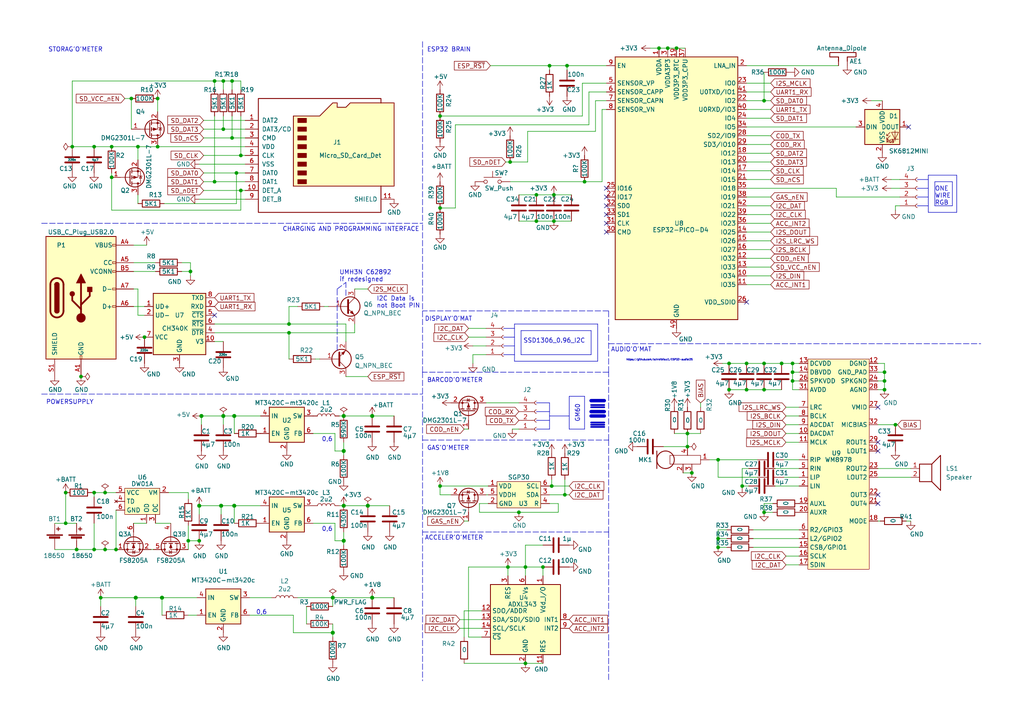
<source format=kicad_sch>
(kicad_sch (version 20211123) (generator eeschema)
  (paper "A4")
  (junction (at 45.72 42.545) (diameter 0.9144))
  (junction (at 69.85 45.085))
  (junction (at 64.77 23.495))
  (junction (at 155.575 56.515))
  (junction (at 163.83 143.51))
  (junction (at 256.54 113.03))
  (junction (at 256.54 107.95))
  (junction (at 38.1 28.575) (diameter 0.9144))
  (junction (at 160.655 56.515))
  (junction (at 215.265 140.97))
  (junction (at 54.61 156.845))
  (junction (at 64.77 37.465))
  (junction (at 67.945 146.685) (diameter 1.016))
  (junction (at 106.68 146.685) (diameter 1.016))
  (junction (at 96.52 173.355) (diameter 1.016))
  (junction (at 62.23 52.705))
  (junction (at 211.455 113.03))
  (junction (at 191.135 13.97))
  (junction (at 27.305 142.875))
  (junction (at 62.23 23.495))
  (junction (at 99.695 130.81) (diameter 1.016))
  (junction (at 226.695 105.41))
  (junction (at 96.52 183.515) (diameter 1.016))
  (junction (at 30.48 159.385))
  (junction (at 19.05 151.765))
  (junction (at 199.39 129.54))
  (junction (at 127.635 140.97) (diameter 0.9144))
  (junction (at 208.28 133.35))
  (junction (at 64.77 120.65) (diameter 1.016))
  (junction (at 64.135 146.685) (diameter 1.016))
  (junction (at 23.495 109.22))
  (junction (at 32.385 42.545))
  (junction (at 208.28 158.75))
  (junction (at 57.785 156.845))
  (junction (at 221.615 105.41))
  (junction (at 22.225 159.385))
  (junction (at 169.545 52.705))
  (junction (at 45.72 28.575) (diameter 0.9144))
  (junction (at 20.955 42.545) (diameter 0.9144))
  (junction (at 67.945 120.65) (diameter 1.016))
  (junction (at 147.32 164.465) (diameter 0.9144))
  (junction (at 41.91 97.79))
  (junction (at 107.95 173.355) (diameter 1.016))
  (junction (at 67.31 23.495))
  (junction (at 259.715 123.19))
  (junction (at 99.695 120.65) (diameter 1.016))
  (junction (at 150.495 148.59) (diameter 0.9144))
  (junction (at 55.245 78.74) (diameter 0.9144))
  (junction (at 33.655 159.385))
  (junction (at 155.575 64.135))
  (junction (at 40.005 42.545))
  (junction (at 216.535 113.03))
  (junction (at 193.675 13.97))
  (junction (at 127.635 33.655))
  (junction (at 68.58 50.165))
  (junction (at 46.99 173.355) (diameter 1.016))
  (junction (at 83.82 93.98) (diameter 0.9144))
  (junction (at 19.05 142.875))
  (junction (at 99.695 146.685) (diameter 1.016))
  (junction (at 30.48 142.875))
  (junction (at 160.02 140.97))
  (junction (at 229.87 105.41))
  (junction (at 27.305 159.385))
  (junction (at 160.655 64.135))
  (junction (at 229.87 110.49))
  (junction (at 157.48 164.465) (diameter 0.9144))
  (junction (at 196.215 13.97))
  (junction (at 32.385 51.435))
  (junction (at 127.635 60.325))
  (junction (at 147.955 46.99))
  (junction (at 221.615 29.21))
  (junction (at 152.4 192.405) (diameter 0.9144))
  (junction (at 152.4 164.465) (diameter 0.9144))
  (junction (at 39.37 173.355) (diameter 1.016))
  (junction (at 221.615 113.03))
  (junction (at 67.31 40.005))
  (junction (at 58.42 120.65) (diameter 1.016))
  (junction (at 200.66 137.16))
  (junction (at 208.28 156.21))
  (junction (at 27.305 42.545) (diameter 0.9144))
  (junction (at 199.39 125.73))
  (junction (at 107.95 120.65) (diameter 1.016))
  (junction (at 57.785 146.685) (diameter 1.016))
  (junction (at 229.87 107.95))
  (junction (at 69.85 55.245) (diameter 0.9144))
  (junction (at 256.54 110.49))
  (junction (at 159.385 19.05))
  (junction (at 164.465 19.05))
  (junction (at 29.21 173.355) (diameter 0.9144))
  (junction (at 99.695 156.845) (diameter 1.016))
  (junction (at 216.535 105.41))
  (junction (at 211.455 105.41))
  (junction (at 221.615 148.59))
  (junction (at 83.82 96.52) (diameter 0.9144))
  (no_connect (at 216.535 87.63))
  (no_connect (at 263.525 36.83))
  (no_connect (at 175.895 54.61))
  (no_connect (at 62.23 91.44))
  (no_connect (at 254.635 143.51))
  (no_connect (at 254.635 146.05))
  (no_connect (at 254.635 130.81))
  (no_connect (at 254.635 118.11))
  (no_connect (at 254.635 128.27))
  (no_connect (at 175.895 62.23))
  (no_connect (at 175.895 59.69))
  (no_connect (at 175.895 57.15))
  (no_connect (at 175.895 64.77))
  (no_connect (at 175.895 67.31))
  (wire (pts (xy 134.62 151.13) (xy 135.89 151.13)))
  (wire (pts (xy 62.23 33.655) (xy 62.23 52.705)))
  (polyline (pts (xy 165.1 114.935) (xy 165.1 124.46)) (stroke (width 0) (type solid)))
  (wire (pts (xy 59.055 50.165) (xy 68.58 50.165)))
  (wire (pts (xy 64.77 33.655) (xy 64.77 37.465)))
  (wire (pts (xy 46.99 178.435) (xy 46.99 173.355)))
  (wire (pts (xy 40.005 42.545) (xy 40.005 46.355)))
  (wire (pts (xy 67.945 125.73) (xy 67.945 120.65)))
  (wire (pts (xy 227.33 133.35) (xy 231.775 133.35)))
  (wire (pts (xy 62.23 96.52) (xy 83.82 96.52)))
  (wire (pts (xy 83.82 88.9) (xy 86.36 88.9)))
  (polyline (pts (xy 171.45 122.555) (xy 175.26 122.555)) (stroke (width 0.5) (type solid)))
  (wire (pts (xy 33.655 147.955) (xy 33.655 159.385)))
  (wire (pts (xy 216.535 82.55) (xy 223.52 82.55)))
  (wire (pts (xy 221.615 146.05) (xy 221.615 148.59)))
  (wire (pts (xy 256.54 105.41) (xy 256.54 107.95)))
  (polyline (pts (xy 155.575 121.92) (xy 159.385 121.92)) (stroke (width 0) (type solid)))
  (wire (pts (xy 64.135 146.685) (xy 67.945 146.685)))
  (wire (pts (xy 216.535 105.41) (xy 221.615 105.41)))
  (wire (pts (xy 99.695 156.845) (xy 97.155 156.845)))
  (wire (pts (xy 150.495 64.135) (xy 155.575 64.135)))
  (polyline (pts (xy 146.05 95.25) (xy 149.225 95.25)) (stroke (width 0) (type solid)))
  (wire (pts (xy 215.265 140.97) (xy 215.265 141.605)))
  (wire (pts (xy 229.87 105.41) (xy 231.775 105.41)))
  (wire (pts (xy 27.305 151.765) (xy 27.305 159.385)))
  (polyline (pts (xy 173.355 93.98) (xy 173.355 104.775)) (stroke (width 0) (type solid)))
  (wire (pts (xy 102.87 83.82) (xy 106.68 83.82)))
  (wire (pts (xy 216.535 77.47) (xy 223.52 77.47)))
  (polyline (pts (xy 269.24 50.8) (xy 269.24 61.595)) (stroke (width 0) (type solid)))
  (polyline (pts (xy 269.24 50.8) (xy 277.495 50.8)) (stroke (width 0) (type solid)))
  (polyline (pts (xy 171.45 118.11) (xy 175.26 118.11)) (stroke (width 0.5) (type solid)))
  (wire (pts (xy 64.77 120.65) (xy 64.77 123.19)))
  (wire (pts (xy 134.62 177.165) (xy 134.62 184.785)))
  (wire (pts (xy 139.7 177.165) (xy 134.62 177.165)))
  (wire (pts (xy 252.73 29.21) (xy 255.905 29.21)))
  (wire (pts (xy 68.58 50.165) (xy 68.58 59.055)))
  (wire (pts (xy 69.85 60.96) (xy 32.385 60.96)))
  (wire (pts (xy 96.52 180.975) (xy 96.52 183.515)))
  (wire (pts (xy 93.98 88.9) (xy 95.25 88.9)))
  (wire (pts (xy 216.535 39.37) (xy 223.52 39.37)))
  (wire (pts (xy 27.305 144.145) (xy 27.305 142.875)))
  (wire (pts (xy 62.23 23.495) (xy 62.23 26.035)))
  (wire (pts (xy 170.815 36.195) (xy 132.08 36.195)))
  (wire (pts (xy 254.635 151.13) (xy 255.27 151.13)))
  (wire (pts (xy 127.635 60.325) (xy 132.08 60.325)))
  (wire (pts (xy 33.655 159.385) (xy 30.48 159.385)))
  (wire (pts (xy 157.48 164.465) (xy 157.48 167.005)))
  (wire (pts (xy 163.83 143.51) (xy 165.1 143.51)))
  (wire (pts (xy 100.33 109.22) (xy 106.68 109.22)))
  (polyline (pts (xy 169.545 114.935) (xy 169.545 124.46)) (stroke (width 0) (type solid)))
  (wire (pts (xy 172.72 38.1) (xy 153.035 38.1)))
  (wire (pts (xy 99.695 130.81) (xy 99.695 132.08)))
  (wire (pts (xy 139.065 148.59) (xy 150.495 148.59)))
  (wire (pts (xy 150.495 148.59) (xy 161.925 148.59)))
  (wire (pts (xy 134.62 124.46) (xy 135.89 124.46)))
  (wire (pts (xy 135.89 95.25) (xy 140.97 95.25)))
  (wire (pts (xy 164.465 19.05) (xy 175.895 19.05)))
  (polyline (pts (xy 271.145 59.69) (xy 276.225 59.69)) (stroke (width 0) (type solid)))
  (wire (pts (xy 147.955 46.99) (xy 153.035 46.99)))
  (wire (pts (xy 231.775 113.03) (xy 229.87 113.03)))
  (wire (pts (xy 216.535 26.67) (xy 223.52 26.67)))
  (polyline (pts (xy 149.225 93.98) (xy 149.225 104.775)) (stroke (width 0) (type solid)))
  (wire (pts (xy 29.21 173.355) (xy 39.37 173.355)))
  (wire (pts (xy 155.575 64.135) (xy 160.655 64.135)))
  (wire (pts (xy 224.79 140.97) (xy 231.775 140.97)))
  (wire (pts (xy 99.695 128.27) (xy 99.695 130.81)))
  (wire (pts (xy 59.055 45.085) (xy 69.85 45.085)))
  (wire (pts (xy 135.89 164.465) (xy 135.89 184.785)))
  (wire (pts (xy 139.7 184.785) (xy 135.89 184.785)))
  (wire (pts (xy 68.58 59.055) (xy 47.625 59.055)))
  (wire (pts (xy 96.52 183.515) (xy 96.52 184.785)))
  (wire (pts (xy 19.05 151.765) (xy 15.875 151.765)))
  (wire (pts (xy 96.52 173.355) (xy 107.95 173.355)))
  (wire (pts (xy 99.695 130.81) (xy 97.155 130.81)))
  (wire (pts (xy 216.535 64.77) (xy 223.52 64.77)))
  (wire (pts (xy 216.535 36.83) (xy 248.285 36.83)))
  (wire (pts (xy 59.055 34.925) (xy 71.12 34.925)))
  (polyline (pts (xy 266.065 52.07) (xy 269.24 52.07)) (stroke (width 0) (type solid)))
  (wire (pts (xy 32.385 60.96) (xy 32.385 51.435)))
  (wire (pts (xy 45.72 28.575) (xy 45.72 32.385)))
  (wire (pts (xy 226.695 105.41) (xy 229.87 105.41)))
  (wire (pts (xy 258.445 54.61) (xy 260.985 54.61)))
  (wire (pts (xy 150.495 124.46) (xy 148.59 124.46)))
  (wire (pts (xy 254.635 123.19) (xy 259.715 123.19)))
  (wire (pts (xy 254.635 135.89) (xy 264.16 135.89)))
  (polyline (pts (xy 169.545 114.935) (xy 165.1 114.935)) (stroke (width 0) (type solid)))
  (wire (pts (xy 216.535 80.01) (xy 223.52 80.01)))
  (wire (pts (xy 69.85 23.495) (xy 67.31 23.495)))
  (polyline (pts (xy 146.05 102.87) (xy 149.225 102.87)) (stroke (width 0) (type solid)))
  (wire (pts (xy 38.735 83.82) (xy 40.005 83.82)))
  (wire (pts (xy 39.37 173.355) (xy 46.99 173.355)))
  (wire (pts (xy 27.305 159.385) (xy 22.225 159.385)))
  (wire (pts (xy 59.055 40.005) (xy 67.31 40.005)))
  (polyline (pts (xy 171.45 123.19) (xy 175.26 123.19)) (stroke (width 0.5) (type solid)))
  (wire (pts (xy 256.54 110.49) (xy 256.54 113.03)))
  (polyline (pts (xy 155.575 116.84) (xy 159.385 116.84)) (stroke (width 0) (type solid)))
  (polyline (pts (xy 151.13 95.885) (xy 151.13 102.87)) (stroke (width 0) (type solid)))
  (wire (pts (xy 152.4 158.115) (xy 152.4 164.465)))
  (wire (pts (xy 157.48 158.115) (xy 152.4 158.115)))
  (polyline (pts (xy 266.065 59.69) (xy 269.24 59.69)) (stroke (width 0) (type solid)))
  (wire (pts (xy 221.615 148.59) (xy 224.155 148.59)))
  (wire (pts (xy 83.82 93.98) (xy 83.82 88.9)))
  (wire (pts (xy 69.85 45.085) (xy 71.12 45.085)))
  (wire (pts (xy 20.955 42.545) (xy 27.305 42.545)))
  (polyline (pts (xy 122.555 154.305) (xy 176.53 154.305)))
  (wire (pts (xy 215.265 135.89) (xy 215.265 140.97)))
  (polyline (pts (xy 266.065 57.15) (xy 269.24 57.15)) (stroke (width 0) (type solid)))
  (wire (pts (xy 254.635 113.03) (xy 256.54 113.03)))
  (wire (pts (xy 160.655 64.135) (xy 165.735 64.135)))
  (wire (pts (xy 221.615 113.03) (xy 226.695 113.03)))
  (wire (pts (xy 150.495 56.515) (xy 155.575 56.515)))
  (wire (pts (xy 40.005 91.44) (xy 40.005 83.82)))
  (wire (pts (xy 133.35 182.245) (xy 139.7 182.245)))
  (wire (pts (xy 99.695 120.65) (xy 107.95 120.65)))
  (wire (pts (xy 57.785 156.845) (xy 54.61 156.845)))
  (polyline (pts (xy 176.53 99.695) (xy 284.48 99.695)))
  (wire (pts (xy 159.385 140.97) (xy 160.02 140.97)))
  (polyline (pts (xy 176.53 107.95) (xy 176.53 90.17)))
  (wire (pts (xy 127.635 140.97) (xy 141.605 140.97)))
  (wire (pts (xy 127.635 33.655) (xy 168.91 33.655)))
  (wire (pts (xy 216.535 113.03) (xy 221.615 113.03)))
  (polyline (pts (xy 176.53 127.635) (xy 176.53 154.305)))
  (wire (pts (xy 85.09 178.435) (xy 85.09 183.515)))
  (wire (pts (xy 195.58 125.73) (xy 199.39 125.73)))
  (wire (pts (xy 46.99 173.355) (xy 57.15 173.355)))
  (wire (pts (xy 242.57 57.15) (xy 242.57 54.61)))
  (polyline (pts (xy 122.555 12.065) (xy 122.555 64.77)))
  (wire (pts (xy 153.035 38.1) (xy 153.035 46.99)))
  (wire (pts (xy 88.9 175.895) (xy 88.9 180.975)))
  (wire (pts (xy 42.545 151.765) (xy 38.735 151.765)))
  (wire (pts (xy 159.385 19.05) (xy 159.385 20.32)))
  (wire (pts (xy 54.61 144.78) (xy 54.61 142.875)))
  (wire (pts (xy 160.02 139.065) (xy 160.02 140.97)))
  (wire (pts (xy 192.405 129.54) (xy 199.39 129.54)))
  (wire (pts (xy 170.815 26.67) (xy 175.895 26.67)))
  (wire (pts (xy 99.695 146.685) (xy 106.68 146.685)))
  (wire (pts (xy 216.535 67.31) (xy 223.52 67.31)))
  (wire (pts (xy 210.82 153.67) (xy 208.28 153.67)))
  (wire (pts (xy 262.89 151.13) (xy 264.16 151.13)))
  (wire (pts (xy 62.23 52.705) (xy 71.12 52.705)))
  (wire (pts (xy 259.715 123.19) (xy 260.35 123.19)))
  (wire (pts (xy 231.775 107.95) (xy 229.87 107.95)))
  (wire (pts (xy 133.35 179.705) (xy 139.7 179.705)))
  (wire (pts (xy 219.71 138.43) (xy 208.28 138.43)))
  (wire (pts (xy 208.28 158.75) (xy 210.82 158.75)))
  (wire (pts (xy 254.635 110.49) (xy 256.54 110.49)))
  (wire (pts (xy 227.965 120.65) (xy 231.775 120.65)))
  (polyline (pts (xy 171.45 117.475) (xy 175.26 117.475)) (stroke (width 0.5) (type solid)))
  (wire (pts (xy 64.77 23.495) (xy 62.23 23.495)))
  (wire (pts (xy 203.2 116.84) (xy 203.2 118.11)))
  (polyline (pts (xy 146.05 97.79) (xy 149.225 97.79)) (stroke (width 0) (type solid)))
  (wire (pts (xy 57.785 146.685) (xy 57.785 149.225)))
  (wire (pts (xy 62.23 93.98) (xy 83.82 93.98)))
  (wire (pts (xy 54.61 152.4) (xy 54.61 156.845)))
  (wire (pts (xy 98.425 120.65) (xy 99.695 120.65)))
  (wire (pts (xy 64.77 23.495) (xy 64.77 26.035)))
  (polyline (pts (xy 171.45 123.825) (xy 175.26 123.825)) (stroke (width 0.5) (type solid)))
  (wire (pts (xy 208.28 153.67) (xy 208.28 156.21)))
  (wire (pts (xy 62.23 99.06) (xy 64.77 99.06)))
  (wire (pts (xy 69.85 33.655) (xy 69.85 45.085)))
  (wire (pts (xy 200.66 137.16) (xy 198.12 137.16)))
  (wire (pts (xy 216.535 57.15) (xy 223.52 57.15)))
  (wire (pts (xy 217.17 135.89) (xy 215.265 135.89)))
  (wire (pts (xy 227.965 161.29) (xy 231.775 161.29)))
  (wire (pts (xy 99.695 156.845) (xy 99.695 158.115)))
  (wire (pts (xy 27.305 142.875) (xy 26.67 142.875)))
  (wire (pts (xy 30.48 159.385) (xy 27.305 159.385)))
  (polyline (pts (xy 171.45 102.87) (xy 171.45 95.885)) (stroke (width 0) (type solid)))
  (wire (pts (xy 127.635 143.51) (xy 127.635 140.97)))
  (wire (pts (xy 130.81 143.51) (xy 127.635 143.51)))
  (polyline (pts (xy 151.13 102.87) (xy 171.45 102.87)) (stroke (width 0) (type solid)))
  (wire (pts (xy 45.085 76.2) (xy 38.735 76.2)))
  (wire (pts (xy 38.735 88.9) (xy 41.91 88.9)))
  (polyline (pts (xy 271.145 52.705) (xy 276.225 52.705)) (stroke (width 0) (type solid)))
  (wire (pts (xy 22.225 159.385) (xy 15.875 159.385)))
  (wire (pts (xy 67.31 23.495) (xy 64.77 23.495)))
  (wire (pts (xy 199.39 125.73) (xy 203.2 125.73)))
  (wire (pts (xy 67.945 146.685) (xy 75.565 146.685)))
  (wire (pts (xy 211.455 105.41) (xy 216.535 105.41)))
  (polyline (pts (xy 12.065 114.3) (xy 122.555 114.3)))
  (wire (pts (xy 55.245 76.2) (xy 55.245 78.74)))
  (wire (pts (xy 52.705 76.2) (xy 55.245 76.2)))
  (wire (pts (xy 216.535 72.39) (xy 223.52 72.39)))
  (wire (pts (xy 146.685 46.99) (xy 147.955 46.99)))
  (wire (pts (xy 227.965 163.83) (xy 231.775 163.83)))
  (polyline (pts (xy 277.495 61.595) (xy 269.24 61.595)) (stroke (width 0) (type solid)))
  (polyline (pts (xy 171.45 119.38) (xy 175.26 119.38)) (stroke (width 1) (type solid)))
  (wire (pts (xy 147.32 164.465) (xy 147.32 167.005)))
  (wire (pts (xy 62.23 23.495) (xy 20.955 23.495)))
  (wire (pts (xy 69.85 55.245) (xy 69.85 60.96)))
  (wire (pts (xy 83.82 96.52) (xy 83.82 104.14)))
  (wire (pts (xy 59.055 55.245) (xy 69.85 55.245)))
  (polyline (pts (xy 159.385 116.84) (xy 159.385 124.46)) (stroke (width 0) (type solid)))
  (wire (pts (xy 57.15 178.435) (xy 54.61 178.435)))
  (wire (pts (xy 72.39 173.355) (xy 78.74 173.355)))
  (wire (pts (xy 160.02 140.97) (xy 165.1 140.97)))
  (polyline (pts (xy 176.53 107.95) (xy 122.555 107.95)))
  (wire (pts (xy 59.055 37.465) (xy 64.77 37.465)))
  (wire (pts (xy 260.985 59.69) (xy 259.715 59.69)))
  (wire (pts (xy 38.1 37.465) (xy 38.1 28.575)))
  (wire (pts (xy 259.715 59.69) (xy 259.715 60.96)))
  (wire (pts (xy 90.805 151.765) (xy 97.155 151.765)))
  (wire (pts (xy 211.455 113.03) (xy 216.535 113.03)))
  (wire (pts (xy 216.535 29.21) (xy 221.615 29.21)))
  (wire (pts (xy 36.195 28.575) (xy 38.1 28.575)))
  (wire (pts (xy 164.465 19.05) (xy 164.465 20.32)))
  (wire (pts (xy 137.16 100.33) (xy 140.97 100.33)))
  (wire (pts (xy 196.215 13.97) (xy 198.755 13.97)))
  (wire (pts (xy 218.44 156.21) (xy 231.775 156.21)))
  (wire (pts (xy 114.3 120.65) (xy 107.95 120.65)))
  (wire (pts (xy 58.42 123.19) (xy 58.42 120.65)))
  (wire (pts (xy 140.97 143.51) (xy 141.605 143.51)))
  (wire (pts (xy 22.225 151.765) (xy 19.05 151.765)))
  (wire (pts (xy 188.595 13.97) (xy 191.135 13.97)))
  (wire (pts (xy 96.52 183.515) (xy 85.09 183.515)))
  (polyline (pts (xy 151.13 95.885) (xy 171.45 95.885)) (stroke (width 0) (type solid)))
  (wire (pts (xy 216.535 19.05) (xy 243.205 19.05)))
  (polyline (pts (xy 100.33 85.725) (xy 100.33 81.915)))
  (wire (pts (xy 221.615 105.41) (xy 226.695 105.41)))
  (wire (pts (xy 160.655 56.515) (xy 165.735 56.515)))
  (wire (pts (xy 216.535 31.75) (xy 223.52 31.75)))
  (polyline (pts (xy 155.575 124.46) (xy 159.385 124.46)) (stroke (width 0) (type solid)))
  (wire (pts (xy 175.895 29.21) (xy 172.72 29.21)))
  (wire (pts (xy 155.575 56.515) (xy 160.655 56.515)))
  (wire (pts (xy 32.385 51.435) (xy 32.385 50.165)))
  (wire (pts (xy 40.005 59.055) (xy 40.005 56.515)))
  (polyline (pts (xy 12.065 64.77) (xy 122.555 64.77)))
  (wire (pts (xy 97.155 125.73) (xy 97.155 130.81)))
  (wire (pts (xy 67.31 40.005) (xy 71.12 40.005)))
  (wire (pts (xy 72.39 178.435) (xy 85.09 178.435)))
  (wire (pts (xy 45.085 78.74) (xy 38.735 78.74)))
  (wire (pts (xy 114.3 173.355) (xy 107.95 173.355)))
  (wire (pts (xy 57.785 47.625) (xy 71.12 47.625)))
  (wire (pts (xy 227.33 138.43) (xy 231.775 138.43)))
  (wire (pts (xy 67.31 23.495) (xy 67.31 26.035)))
  (polyline (pts (xy 171.45 120.65) (xy 175.26 120.65)) (stroke (width 1) (type solid)))
  (wire (pts (xy 218.44 153.67) (xy 231.775 153.67)))
  (wire (pts (xy 64.77 37.465) (xy 71.12 37.465)))
  (wire (pts (xy 193.675 13.97) (xy 196.215 13.97)))
  (polyline (pts (xy 277.495 50.8) (xy 277.495 61.595)) (stroke (width 0) (type solid)))
  (wire (pts (xy 175.895 31.75) (xy 174.625 31.75)))
  (wire (pts (xy 229.87 113.03) (xy 229.87 110.49)))
  (wire (pts (xy 38.735 71.12) (xy 42.545 71.12)))
  (wire (pts (xy 254.635 138.43) (xy 264.16 138.43)))
  (wire (pts (xy 216.535 46.99) (xy 223.52 46.99)))
  (polyline (pts (xy 266.065 54.61) (xy 269.24 54.61)) (stroke (width 0) (type solid)))
  (wire (pts (xy 147.955 52.705) (xy 169.545 52.705)))
  (wire (pts (xy 208.28 138.43) (xy 208.28 133.35)))
  (wire (pts (xy 67.945 120.65) (xy 75.565 120.65)))
  (wire (pts (xy 64.135 146.685) (xy 57.785 146.685)))
  (wire (pts (xy 41.91 91.44) (xy 40.005 91.44)))
  (wire (pts (xy 67.31 33.655) (xy 67.31 40.005)))
  (wire (pts (xy 218.44 158.75) (xy 231.775 158.75)))
  (wire (pts (xy 216.535 34.29) (xy 223.52 34.29)))
  (polyline (pts (xy 159.385 120.65) (xy 165.1 120.65)) (stroke (width 0) (type solid)))
  (polyline (pts (xy 176.53 90.17) (xy 122.555 90.17)))
  (wire (pts (xy 216.535 44.45) (xy 223.52 44.45)))
  (polyline (pts (xy 122.555 107.95) (xy 122.555 197.485)))
  (wire (pts (xy 260.985 57.15) (xy 242.57 57.15)))
  (wire (pts (xy 231.775 110.49) (xy 229.87 110.49)))
  (wire (pts (xy 67.945 151.765) (xy 67.945 146.685)))
  (polyline (pts (xy 122.555 127.635) (xy 176.53 127.635)))
  (polyline (pts (xy 146.05 100.33) (xy 149.225 100.33)) (stroke (width 0) (type solid)))
  (wire (pts (xy 64.135 146.685) (xy 64.135 149.225)))
  (polyline (pts (xy 176.53 154.305) (xy 176.53 197.485)))
  (wire (pts (xy 48.895 142.875) (xy 54.61 142.875)))
  (wire (pts (xy 33.655 142.875) (xy 30.48 142.875)))
  (wire (pts (xy 221.615 29.21) (xy 223.52 29.21)))
  (wire (pts (xy 227.965 123.19) (xy 231.775 123.19)))
  (wire (pts (xy 27.305 42.545) (xy 32.385 42.545)))
  (wire (pts (xy 134.62 192.405) (xy 152.4 192.405)))
  (wire (pts (xy 152.4 192.405) (xy 157.48 192.405)))
  (wire (pts (xy 221.615 20.955) (xy 221.615 29.21)))
  (wire (pts (xy 96.52 173.355) (xy 96.52 175.895)))
  (wire (pts (xy 39.37 173.355) (xy 39.37 175.895)))
  (polyline (pts (xy 122.555 107.95) (xy 122.555 64.77)))
  (wire (pts (xy 191.135 13.97) (xy 193.675 13.97)))
  (wire (pts (xy 168.91 24.13) (xy 168.91 33.655)))
  (wire (pts (xy 83.82 96.52) (xy 102.87 96.52)))
  (wire (pts (xy 208.28 133.35) (xy 219.71 133.35)))
  (polyline (pts (xy 149.225 93.98) (xy 173.355 93.98)) (stroke (width 0) (type solid)))
  (polyline (pts (xy 271.145 52.705) (xy 271.145 59.69)) (stroke (width 0) (type solid)))
  (wire (pts (xy 216.535 49.53) (xy 223.52 49.53)))
  (wire (pts (xy 216.535 62.23) (xy 223.52 62.23)))
  (wire (pts (xy 152.4 164.465) (xy 152.4 167.005)))
  (wire (pts (xy 258.445 52.07) (xy 260.985 52.07)))
  (polyline (pts (xy 97.79 101.6) (xy 97.79 83.82)))
  (wire (pts (xy 30.48 142.875) (xy 27.305 142.875)))
  (wire (pts (xy 227.965 125.73) (xy 231.775 125.73)))
  (wire (pts (xy 142.24 19.05) (xy 159.385 19.05)))
  (wire (pts (xy 174.625 31.75) (xy 174.625 52.705)))
  (wire (pts (xy 40.005 42.545) (xy 45.72 42.545)))
  (wire (pts (xy 254.635 107.95) (xy 256.54 107.95)))
  (wire (pts (xy 168.91 24.13) (xy 175.895 24.13)))
  (wire (pts (xy 170.815 26.67) (xy 170.815 36.195)))
  (wire (pts (xy 216.535 74.93) (xy 223.52 74.93)))
  (wire (pts (xy 216.535 54.61) (xy 242.57 54.61)))
  (wire (pts (xy 54.61 156.845) (xy 54.61 159.385)))
  (wire (pts (xy 69.85 55.245) (xy 71.12 55.245)))
  (wire (pts (xy 227.965 118.11) (xy 231.775 118.11)))
  (wire (pts (xy 229.87 110.49) (xy 229.87 107.95)))
  (wire (pts (xy 98.425 146.685) (xy 99.695 146.685)))
  (wire (pts (xy 132.08 36.195) (xy 132.08 60.325)))
  (wire (pts (xy 159.385 19.05) (xy 164.465 19.05)))
  (wire (pts (xy 99.695 154.305) (xy 99.695 156.845)))
  (polyline (pts (xy 155.575 119.38) (xy 159.385 119.38)) (stroke (width 0) (type solid)))
  (polyline (pts (xy 97.79 83.82) (xy 100.33 81.915)))
  (wire (pts (xy 68.58 50.165) (xy 71.12 50.165)))
  (wire (pts (xy 97.155 151.765) (xy 97.155 156.845)))
  (wire (pts (xy 45.085 151.765) (xy 49.53 151.765)))
  (wire (pts (xy 208.28 156.21) (xy 208.28 158.75)))
  (wire (pts (xy 140.97 116.84) (xy 150.495 116.84)))
  (wire (pts (xy 159.385 146.05) (xy 161.925 146.05)))
  (wire (pts (xy 161.925 146.05) (xy 161.925 148.59)))
  (wire (pts (xy 216.535 69.85) (xy 223.52 69.85)))
  (wire (pts (xy 139.065 146.05) (xy 139.065 148.59)))
  (wire (pts (xy 141.605 146.05) (xy 139.065 146.05)))
  (wire (pts (xy 20.955 23.495) (xy 20.955 42.545)))
  (wire (pts (xy 32.385 42.545) (xy 40.005 42.545)))
  (wire (pts (xy 57.785 57.785) (xy 71.12 57.785)))
  (wire (pts (xy 64.77 120.65) (xy 67.945 120.65)))
  (wire (pts (xy 254.635 105.41) (xy 256.54 105.41)))
  (wire (pts (xy 59.055 52.705) (xy 62.23 52.705)))
  (wire (pts (xy 209.55 105.41) (xy 211.455 105.41)))
  (wire (pts (xy 172.72 29.21) (xy 172.72 38.1)))
  (wire (pts (xy 216.535 41.91) (xy 223.52 41.91)))
  (wire (pts (xy 69.85 26.035) (xy 69.85 23.495)))
  (wire (pts (xy 169.545 52.705) (xy 174.625 52.705)))
  (wire (pts (xy 256.54 107.95) (xy 256.54 110.49)))
  (wire (pts (xy 44.45 159.385) (xy 43.815 159.385)))
  (polyline (pts (xy 173.355 104.775) (xy 149.225 104.775)) (stroke (width 0) (type solid)))
  (wire (pts (xy 100.33 93.98) (xy 100.33 99.06)))
  (wire (pts (xy 19.05 142.875) (xy 19.05 151.765)))
  (wire (pts (xy 45.72 42.545) (xy 71.12 42.545)))
  (polyline (pts (xy 171.45 116.205) (xy 175.26 116.205)) (stroke (width 1) (type solid)))
  (polyline (pts (xy 165.1 124.46) (xy 169.545 124.46)) (stroke (width 0) (type solid)))
  (wire (pts (xy 205.74 133.35) (xy 208.28 133.35)))
  (wire (pts (xy 215.265 140.97) (xy 217.17 140.97)))
  (polyline (pts (xy 276.225 59.69) (xy 276.225 52.705)) (stroke (width 0) (type solid)))
  (wire (pts (xy 216.535 52.07) (xy 223.52 52.07)))
  (wire (pts (xy 137.16 102.87) (xy 137.16 105.41)))
  (wire (pts (xy 140.97 102.87) (xy 137.16 102.87)))
  (wire (pts (xy 199.39 125.73) (xy 199.39 129.54)))
  (wire (pts (xy 113.03 146.685) (xy 106.68 146.685)))
  (wire (pts (xy 216.535 24.13) (xy 223.52 24.13)))
  (wire (pts (xy 210.82 156.21) (xy 208.28 156.21)))
  (wire (pts (xy 86.36 173.355) (xy 96.52 173.355)))
  (wire (pts (xy 83.82 93.98) (xy 100.33 93.98)))
  (wire (pts (xy 29.21 175.895) (xy 29.21 173.355)))
  (wire (pts (xy 216.535 59.69) (xy 223.52 59.69)))
  (wire (pts (xy 90.805 125.73) (xy 97.155 125.73)))
  (wire (pts (xy 55.245 78.74) (xy 55.245 80.01)))
  (wire (pts (xy 52.705 78.74) (xy 55.245 78.74)))
  (wire (pts (xy 135.89 97.79) (xy 140.97 97.79)))
  (wire (pts (xy 58.42 120.65) (xy 64.77 120.65)))
  (wire (pts (xy 224.155 146.05) (xy 221.615 146.05)))
  (wire (pts (xy 91.44 104.14) (xy 92.71 104.14)))
  (wire (pts (xy 229.87 107.95) (xy 229.87 105.41)))
  (wire (pts (xy 135.89 164.465) (xy 147.32 164.465)))
  (wire (pts (xy 147.32 164.465) (xy 152.4 164.465)))
  (wire (pts (xy 152.4 164.465) (xy 157.48 164.465)))
  (wire (pts (xy 159.385 143.51) (xy 163.83 143.51)))
  (polyline (pts (xy 176.53 127.635) (xy 176.53 107.95)))
  (wire (pts (xy 224.79 135.89) (xy 231.775 135.89)))
  (wire (pts (xy 102.87 93.98) (xy 102.87 96.52)))
  (wire (pts (xy 227.965 128.27) (xy 231.775 128.27)))
  (wire (pts (xy 163.83 139.065) (xy 163.83 143.51)))
  (text "ACCELER'O'METER" (at 123.19 156.845 0) (effects (font (size 1.27 1.27)) (justify left bottom)))
  (text "0,6" (at 96.52 128.27 180) (effects (font (size 1.27 1.27)) (justify right bottom)))
  (text "STORAG'O'METER" (at 13.97 15.24 0) (effects (font (size 1.27 1.27)) (justify left bottom)))
  (text "ONE\nWIRE\nRGB" (at 271.145 59.69 0) (effects (font (size 1.27 1.27)) (justify left bottom)))
  (text "GM60" (at 168.275 122.555 90) (effects (font (size 1.27 1.27)) (justify left bottom)))
  (text "POWERSUPPLY" (at 13.335 117.475 0) (effects (font (size 1.27 1.27)) (justify left bottom)))
  (text "UMH3N C62892\nif redesigned" (at 98.425 81.915 0) (effects (font (size 1.27 1.27)) (justify left bottom)))
  (text "0,6" (at 77.47 178.435 180) (effects (font (size 1.27 1.27)) (justify right bottom)))
  (text "https://github.com/schreibfaul1/ESP32-audioI2S" (at 181.61 104.775 0) (effects (font (size 0.5 0.5)) (justify left bottom)))
  (text "CHARGING AND PROGRAMMING INTERFACE" (at 81.915 67.31 0) (effects (font (size 1.27 1.27)) (justify left bottom)))
  (text "ESP32 BRAIN" (at 123.825 15.24 0) (effects (font (size 1.27 1.27)) (justify left bottom)))
  (text "BARCOD'O'METER" (at 123.825 111.125 0) (effects (font (size 1.27 1.27)) (justify left bottom)))
  (text "0,6" (at 96.52 154.305 180) (effects (font (size 1.27 1.27)) (justify right bottom)))
  (text "SSD1306_0.96_I2C" (at 151.765 99.695 0) (effects (font (size 1.27 1.27)) (justify left bottom)))
  (text "DISPLAY'O'MAT" (at 123.19 93.345 0) (effects (font (size 1.27 1.27)) (justify left bottom)))
  (text "AUDIO'O'MAT" (at 177.165 102.235 0) (effects (font (size 1.27 1.27)) (justify left bottom)))
  (text "GAS'O'METER" (at 123.825 130.81 0) (effects (font (size 1.27 1.27)) (justify left bottom)))
  (text "I2C Data is\nnot Boot PIN" (at 109.22 89.535 0) (effects (font (size 1.27 1.27)) (justify left bottom)))
  (global_label "GAS_nEN" (shape input) (at 223.52 57.15 0) (property "Intersheet References" "${INTERSHEET_REFS}" (effects hide)))
  (global_label "GAS_nEN" (shape input) (at 134.62 151.13 180) (property "Intersheet References" "${INTERSHEET_REFS}" (effects hide)))
  (global_label "I2C_DAT" (shape input) (at 133.35 179.705 180) (property "Intersheet References" "${INTERSHEET_REFS}" (effects hide)))
  (global_label "I2C_CLK" (shape input) (at 135.89 97.79 180) (property "Intersheet References" "${INTERSHEET_REFS}" (effects hide)))
  (global_label "UART1_TX" (shape input) (at 62.23 86.36 0) (property "Intersheet References" "${INTERSHEET_REFS}" (effects hide)))
  (global_label "SD_DAT1" (shape input) (at 223.52 34.29 0) (property "Intersheet References" "${INTERSHEET_REFS}" (effects hide)))
  (global_label "I2C_DAT" (shape input) (at 165.1 143.51 0) (property "Intersheet References" "${INTERSHEET_REFS}" (effects hide)))
  (global_label "I2S_LRC_WS" (shape input) (at 227.965 118.11 180) (property "Intersheet References" "${INTERSHEET_REFS}" (effects hide)))
  (global_label "I2C_CLK" (shape input) (at 165.1 140.97 0) (property "Intersheet References" "${INTERSHEET_REFS}" (effects hide)))
  (global_label "BIAS" (shape input) (at 203.2 116.84 90) (property "Intersheet References" "${INTERSHEET_REFS}" (effects hide)))
  (global_label "COD_nEN" (shape input) (at 134.62 124.46 180) (property "Intersheet References" "${INTERSHEET_REFS}" (effects hide)))
  (global_label "SD_CLK" (shape input) (at 59.055 45.085 180) (property "Intersheet References" "${INTERSHEET_REFS}" (effects hide)))
  (global_label "SD_DAT1" (shape input) (at 59.055 52.705 180) (property "Intersheet References" "${INTERSHEET_REFS}" (effects hide)))
  (global_label "SD_CLK" (shape input) (at 223.52 49.53 0) (property "Intersheet References" "${INTERSHEET_REFS}" (effects hide)))
  (global_label "SD_DAT2" (shape input) (at 59.055 34.925 180) (property "Intersheet References" "${INTERSHEET_REFS}" (effects hide)))
  (global_label "BIAS" (shape input) (at 260.35 123.19 0) (property "Intersheet References" "${INTERSHEET_REFS}" (effects hide)))
  (global_label "I2S_DIN" (shape input) (at 223.52 80.01 0) (property "Intersheet References" "${INTERSHEET_REFS}" (effects hide)))
  (global_label "SD_nCS" (shape input) (at 59.055 40.005 180) (property "Intersheet References" "${INTERSHEET_REFS}" (effects hide)))
  (global_label "SD_nDET" (shape input) (at 146.685 46.99 180) (property "Intersheet References" "${INTERSHEET_REFS}" (effects hide)))
  (global_label "COD_nEN" (shape input) (at 223.52 74.93 0) (property "Intersheet References" "${INTERSHEET_REFS}" (effects hide)))
  (global_label "COD_TX" (shape input) (at 150.495 121.92 180) (property "Intersheet References" "${INTERSHEET_REFS}" (effects hide)))
  (global_label "UART1_RX" (shape input) (at 223.52 26.67 0) (property "Intersheet References" "${INTERSHEET_REFS}" (effects hide)))
  (global_label "I2S_BCLK" (shape input) (at 227.965 120.65 180) (property "Intersheet References" "${INTERSHEET_REFS}" (effects hide)))
  (global_label "ACC_INT2" (shape input) (at 223.52 64.77 0) (property "Intersheet References" "${INTERSHEET_REFS}" (effects hide)))
  (global_label "I2C_CLK" (shape input) (at 227.965 161.29 180) (property "Intersheet References" "${INTERSHEET_REFS}" (effects hide)))
  (global_label "SD_DAT3" (shape input) (at 223.52 46.99 0) (property "Intersheet References" "${INTERSHEET_REFS}" (effects hide)))
  (global_label "I2C_CLK" (shape input) (at 223.52 62.23 0) (property "Intersheet References" "${INTERSHEET_REFS}" (effects hide)))
  (global_label "SD_nCS" (shape input) (at 223.52 52.07 0) (property "Intersheet References" "${INTERSHEET_REFS}" (effects hide)))
  (global_label "UART1_RX" (shape input) (at 62.23 88.9 0) (property "Intersheet References" "${INTERSHEET_REFS}" (effects hide)))
  (global_label "UART1_TX" (shape input) (at 223.52 31.75 0) (property "Intersheet References" "${INTERSHEET_REFS}" (effects hide)))
  (global_label "ACC_INT1" (shape input) (at 165.1 179.705 0) (property "Intersheet References" "${INTERSHEET_REFS}" (effects hide)))
  (global_label "I2S_MCLK" (shape input) (at 106.68 83.82 0) (property "Intersheet References" "${INTERSHEET_REFS}" (effects hide)))
  (global_label "ESP_~{RST}" (shape input) (at 142.24 19.05 180) (property "Intersheet References" "${INTERSHEET_REFS}" (effects hide)))
  (global_label "I2C_DAT" (shape input) (at 223.52 59.69 0) (property "Intersheet References" "${INTERSHEET_REFS}" (effects hide)))
  (global_label "I2C_CLK" (shape input) (at 133.35 182.245 180) (property "Intersheet References" "${INTERSHEET_REFS}" (effects hide)))
  (global_label "ESP_~{RST}" (shape input) (at 106.68 109.22 0) (property "Intersheet References" "${INTERSHEET_REFS}" (effects hide)))
  (global_label "COD_RX" (shape input) (at 150.495 119.38 180) (property "Intersheet References" "${INTERSHEET_REFS}" (effects hide)))
  (global_label "I2S_DIN" (shape input) (at 227.965 123.19 180) (property "Intersheet References" "${INTERSHEET_REFS}" (effects hide)))
  (global_label "I2S_BCLK" (shape input) (at 223.52 72.39 0) (property "Intersheet References" "${INTERSHEET_REFS}" (effects hide)))
  (global_label "SD_DAT2" (shape input) (at 223.52 44.45 0) (property "Intersheet References" "${INTERSHEET_REFS}" (effects hide)))
  (global_label "SD_DAT0" (shape input) (at 223.52 29.21 0) (property "Intersheet References" "${INTERSHEET_REFS}" (effects hide)))
  (global_label "ACC_INT1" (shape input) (at 223.52 82.55 0) (property "Intersheet References" "${INTERSHEET_REFS}" (effects hide)))
  (global_label "I2S_MCLK" (shape input) (at 227.965 128.27 180) (property "Intersheet References" "${INTERSHEET_REFS}" (effects hide)))
  (global_label "I2S_LRC_WS" (shape input) (at 223.52 69.85 0) (property "Intersheet References" "${INTERSHEET_REFS}" (effects hide)))
  (global_label "COD_RX" (shape input) (at 223.52 41.91 0) (property "Intersheet References" "${INTERSHEET_REFS}" (effects hide)))
  (global_label "SD_VCC_nEN" (shape input) (at 36.195 28.575 180) (property "Intersheet References" "${INTERSHEET_REFS}" (effects hide)))
  (global_label "ACC_INT2" (shape input) (at 165.1 182.245 0) (property "Intersheet References" "${INTERSHEET_REFS}" (effects hide)))
  (global_label "SD_VCC_nEN" (shape input) (at 223.52 77.47 0) (property "Intersheet References" "${INTERSHEET_REFS}" (effects hide)))
  (global_label "I2C_DAT" (shape input) (at 135.89 95.25 180) (property "Intersheet References" "${INTERSHEET_REFS}" (effects hide)))
  (global_label "I2S_DOUT" (shape input) (at 227.965 125.73 180) (property "Intersheet References" "${INTERSHEET_REFS}" (effects hide)))
  (global_label "SD_DAT3" (shape input) (at 59.055 37.465 180) (property "Intersheet References" "${INTERSHEET_REFS}" (effects hide)))
  (global_label "I2S_DOUT" (shape input) (at 223.52 67.31 0) (property "Intersheet References" "${INTERSHEET_REFS}" (effects hide)))
  (global_label "SD_nDET" (shape input) (at 59.055 55.245 180) (property "Intersheet References" "${INTERSHEET_REFS}" (effects hide)))
  (global_label "I2S_MCLK" (shape input) (at 223.52 24.13 0) (property "Intersheet References" "${INTERSHEET_REFS}" (effects hide)))
  (global_label "COD_TX" (shape input) (at 223.52 39.37 0) (property "Intersheet References" "${INTERSHEET_REFS}" (effects hide)))
  (global_label "SD_DAT0" (shape input) (at 59.055 50.165 180) (property "Intersheet References" "${INTERSHEET_REFS}" (effects hide)))
  (global_label "I2C_DAT" (shape input) (at 227.965 163.83 180) (property "Intersheet References" "${INTERSHEET_REFS}" (effects hide)))
  (symbol (lib_id "power:GND") (at 150.495 148.59 0) (unit 1)
    (property "Reference" "#PWR0122" (effects hide))
    (property "Value" "GND" (at 148.59 152.4 0) (effects (justify left)))
  )
  (symbol (lib_id "TheBrutzlers_Lib:MT3420C-mt3420c") (at 83.185 149.225 0) (unit 1)
    (property "Reference" "U5" (at 83.185 147.955 0))
    (property "Value" "MT3420C-mt3420c" (at 83.185 142.875 0))
    (property "Footprint" "Package_TO_SOT_SMD:SOT-23-6" (effects hide))
    (property "Datasheet" "https://datasheet.lcsc.com/lcsc/1806041635_XI-AN-Aerosemi-Tech-MT3420C_C181741.pdf" (effects hide))
    (property "Number" "C181741" (effects hide))
  )
  (symbol (lib_id "Device:C") (at 29.21 179.705 0) (mirror x) (unit 1)
    (property "Reference" "C2" (at 29.21 177.8 0) (effects (justify left)))
    (property "Value" "4µ7" (at 29.21 181.61 0) (effects (justify left)))
    (property "Footprint" "Capacitor_SMD:C_0603_1608Metric" (effects hide))
  )
  (symbol (lib_id "power:GND") (at 137.16 105.41 0) (unit 1)
    (property "Reference" "#PWR0101" (effects hide))
    (property "Value" "GND" (at 139.7 107.1244 0) (effects (justify left)))
  )
  (symbol (lib_id "power:PWR_FLAG") (at 106.68 146.685 0) (unit 1)
    (property "Reference" "#FLG0101" (effects hide))
    (property "Value" "PWR_FLAG" (effects hide))
  )
  (symbol (lib_id "Device:R") (at 92.71 175.895 90) (unit 1)
    (property "Reference" "R3" (at 89.535 174.625 90) (effects (justify left)))
    (property "Value" "100K" (at 95.25 175.895 90) (effects (justify left)))
    (property "Footprint" "Resistor_SMD:R_0603_1608Metric" (effects hide))
  )
  (symbol (lib_id "power:GND") (at 229.235 20.955 90) (unit 1)
    (property "Reference" "#PWR034" (effects hide))
    (property "Value" "GND" (at 234.315 20.955 90))
  )
  (symbol (lib_id "power:GND") (at 64.77 106.68 0) (unit 1)
    (property "Reference" "#PWR013" (effects hide))
    (property "Value" "GND" (at 67.437 109.8042 0))
  )
  (symbol (lib_id "Device:R") (at 214.63 156.21 270) (unit 1)
    (property "Reference" "R34" (at 211.455 154.94 90) (effects (justify right)))
    (property "Value" "0" (at 214.63 156.845 0) (effects (justify right)))
    (property "Footprint" "Resistor_SMD:R_0603_1608Metric" (effects hide))
  )
  (symbol (lib_id "Device:C") (at 113.03 150.495 0) (mirror x) (unit 1)
    (property "Reference" "C15" (at 113.665 148.59 0) (effects (justify left)))
    (property "Value" "4µ7" (at 113.665 152.4 0) (effects (justify left)))
    (property "Footprint" "Capacitor_SMD:C_0603_1608Metric" (effects hide))
  )
  (symbol (lib_id "Device:Speaker") (at 269.24 135.89 0) (unit 1)
    (property "Reference" "LS1" (at 274.32 135.8899 0) (effects (justify left)))
    (property "Value" "Speaker" (at 274.32 138.4299 0) (effects (justify left)))
    (property "Footprint" "Connector_PinHeader_2.54mm:PinHeader_1x02_P2.54mm_Vertical" (effects hide))
    (property "LCSC" "C391015" (effects hide))
  )
  (symbol (lib_id "power:+5V") (at 58.42 120.65 90) (unit 1)
    (property "Reference" "#PWR0129" (effects hide))
    (property "Value" "+5V" (at 55.1688 120.269 90) (effects (justify left)))
  )
  (symbol (lib_id "power:+3V3") (at 147.955 39.37 0) (unit 1)
    (property "Reference" "#PWR018" (effects hide))
    (property "Value" "+3V3" (at 144.145 38.735 0))
  )
  (symbol (lib_id "power:GND") (at 264.16 151.13 0) (mirror y) (unit 1)
    (property "Reference" "#PWR045" (effects hide))
    (property "Value" "GND" (at 267.97 154.94 0) (effects (justify left)))
  )
  (symbol (lib_id "power:GND") (at 152.4 192.405 0) (unit 1)
    (property "Reference" "#PWR0137" (effects hide))
    (property "Value" "GND" (at 154.94 194.1194 0) (effects (justify left)))
  )
  (symbol (lib_id "power:GND") (at 114.3 128.27 0) (unit 1)
    (property "Reference" "#PWR0144" (effects hide))
    (property "Value" "GND" (at 114.427 132.6642 0))
  )
  (symbol (lib_id "power:GND") (at 256.54 113.03 0) (mirror y) (unit 1)
    (property "Reference" "#PWR040" (effects hide))
    (property "Value" "GND" (at 260.35 116.84 0) (effects (justify left)))
  )
  (symbol (lib_id "power:GND") (at 57.785 47.625 270) (unit 1)
    (property "Reference" "#PWR011" (effects hide))
    (property "Value" "GND" (at 55.245 47.625 90) (effects (justify right)))
  )
  (symbol (lib_id "power:GND") (at 148.59 124.46 0) (unit 1)
    (property "Reference" "#PWR019" (effects hide))
    (property "Value" "GND" (at 142.875 126.365 0) (effects (justify left)))
  )
  (symbol (lib_id "power:+3V3") (at 160.655 56.515 0) (unit 1)
    (property "Reference" "#PWR022" (effects hide))
    (property "Value" "+3V3" (at 156.21 54.61 0))
  )
  (symbol (lib_id "Device:R") (at 134.62 188.595 0) (unit 1)
    (property "Reference" "R42" (at 132.08 186.69 0) (effects (justify right)))
    (property "Value" "0" (at 135.382 188.468 0) (effects (justify right)))
    (property "Footprint" "Resistor_SMD:R_0603_1608Metric" (effects hide))
  )
  (symbol (lib_id "Device:R") (at 214.63 158.75 270) (unit 1)
    (property "Reference" "R35" (at 211.455 157.48 90) (effects (justify right)))
    (property "Value" "0" (at 214.63 159.385 0) (effects (justify right)))
    (property "Footprint" "Resistor_SMD:R_0603_1608Metric" (effects hide))
  )
  (symbol (lib_id "power:+1V8") (at 107.95 173.355 0) (unit 1)
    (property "Reference" "#PWR0149" (effects hide))
    (property "Value" "+1V8" (at 107.95 169.545 0))
  )
  (symbol (lib_id "power:+BATT") (at 127.635 52.705 0) (unit 1)
    (property "Reference" "#PWR036" (effects hide))
    (property "Value" "+BATT" (at 128.016 48.3108 0))
  )
  (symbol (lib_id "TheBrutzlers_Lib:DW01A") (at 41.275 145.415 0) (unit 1)
    (property "Reference" "U6" (at 41.275 138.43 0))
    (property "Value" "DW01A" (at 41.275 140.335 0))
    (property "Footprint" "Package_TO_SOT_SMD:SOT-23-6" (effects hide))
    (property "Datasheet" "https://datasheet.lcsc.com/szlcsc/1901091236_PUOLOP-DW01A_C351410.pdf" (effects hide))
    (property "LCSC" "C351410" (effects hide))
  )
  (symbol (lib_id "Device:R") (at 41.91 28.575 270) (unit 1)
    (property "Reference" "R10" (at 40.64 26.035 90) (effects (justify left)))
    (property "Value" "100K" (at 39.37 28.575 90) (effects (justify left)))
    (property "Footprint" "Resistor_SMD:R_0603_1608Metric" (effects hide))
    (property "Datasheet" "RR0510P-104-D" (effects hide))
    (property "LCSC" "C15458" (effects hide))
  )
  (symbol (lib_id "power:PWR_FLAG") (at 99.695 120.65 0) (unit 1)
    (property "Reference" "#FLG0102" (effects hide))
    (property "Value" "PWR_FLAG" (effects hide))
  )
  (symbol (lib_id "power:+3V3") (at 169.545 45.085 0) (unit 1)
    (property "Reference" "#PWR?" (effects hide))
    (property "Value" "+3V3" (at 165.735 45.085 0))
  )
  (symbol (lib_id "Device:R") (at 99.695 161.925 0) (unit 1)
    (property "Reference" "R12" (at 94.615 160.02 0) (effects (justify left)))
    (property "Value" "100K" (at 99.695 164.465 90) (effects (justify left)))
    (property "Footprint" "Resistor_SMD:R_0603_1608Metric" (effects hide))
  )
  (symbol (lib_id "power:GND") (at 215.265 141.605 0) (mirror y) (unit 1)
    (property "Reference" "#PWR032" (effects hide))
    (property "Value" "GND" (at 213.36 142.875 0) (effects (justify left)))
  )
  (symbol (lib_id "power:GND") (at 127.635 67.945 0) (unit 1)
    (property "Reference" "#PWR037" (effects hide))
    (property "Value" "GND" (at 127.635 71.755 0))
  )
  (symbol (lib_id "RF_Module:ESP32-PICO-D4") (at 196.215 54.61 0) (unit 1)
    (property "Reference" "U8" (at 195.58 64.77 0) (effects (justify left)))
    (property "Value" "ESP32-PICO-D4" (at 189.23 66.675 0) (effects (justify left)))
    (property "Footprint" "Package_DFN_QFN:QFN-48-1EP_7x7mm_P0.5mm_EP5.3x5.3mm" (effects hide))
    (property "Datasheet" "https://www.espressif.com/sites/default/files/documentation/esp32-pico-d4_datasheet_en.pdf" (effects hide))
  )
  (symbol (lib_id "Connector:Conn_01x04_Female") (at 155.575 121.92 0) (mirror x) (unit 1)
    (property "Reference" "J2" (at 152.8826 113.03 0))
    (property "Value" "Conn_01x04_Female" (effects hide))
    (property "Footprint" "Connector_PinHeader_1.00mm:PinHeader_1x04_P1.00mm_Vertical" (effects hide))
    (property "LCSC" "C545754" (effects hide))
  )
  (symbol (lib_id "power:GND") (at 20.955 50.165 0) (unit 1)
    (property "Reference" "#PWR03" (effects hide))
    (property "Value" "GND" (at 22.225 53.975 0) (effects (justify right)))
  )
  (symbol (lib_id "Connector:Micro_SD_Card_Det") (at 93.98 45.085 0) (unit 1)
    (property "Reference" "J1" (at 97.79 41.275 0))
    (property "Value" "Micro_SD_Card_Det" (at 101.6 45.085 0))
    (property "Footprint" "Connector_Card:microSD_HC_Molex_104031-0811" (effects hide))
    (property "Datasheet" "104031-0811 " (effects hide))
    (property "LCSC" "??" (effects hide))
  )
  (symbol (lib_id "power:GND") (at 107.95 128.27 0) (unit 1)
    (property "Reference" "#PWR0145" (effects hide))
    (property "Value" "GND" (at 108.077 132.6642 0))
  )
  (symbol (lib_id "Device:C") (at 226.695 109.22 0) (mirror y) (unit 1)
    (property "Reference" "C32" (at 225.425 107.315 0) (effects (justify left)))
    (property "Value" "4µ7" (at 226.695 111.125 0) (effects (justify left)))
    (property "Footprint" "Capacitor_SMD:C_0603_1608Metric" (effects hide))
  )
  (symbol (lib_id "power:PWR_FLAG") (at 23.495 109.22 270) (unit 1)
    (property "Reference" "#FLG0105" (effects hide))
    (property "Value" "PWR_FLAG" (effects hide))
  )
  (symbol (lib_id "Device:C") (at 161.29 158.115 90) (unit 1)
    (property "Reference" "C11" (at 158.115 156.21 90))
    (property "Value" "1µ" (at 164.465 156.21 90))
    (property "Footprint" "Capacitor_SMD:C_0603_1608Metric" (effects hide))
  )
  (symbol (lib_id "Device:C") (at 64.77 127 0) (mirror x) (unit 1)
    (property "Reference" "C3" (at 64.77 125.095 0) (effects (justify left)))
    (property "Value" "100n" (at 64.77 128.905 0) (effects (justify left)))
    (property "Footprint" "Capacitor_SMD:C_0603_1608Metric" (effects hide))
  )
  (symbol (lib_id "Device:C") (at 27.305 147.955 0) (mirror x) (unit 1)
    (property "Reference" "C18" (at 27.94 145.415 0) (effects (justify left)))
    (property "Value" "100n" (at 27.94 149.86 0) (effects (justify left)))
    (property "Footprint" "Capacitor_SMD:C_0603_1608Metric" (effects hide))
  )
  (symbol (lib_id "power:+BATT") (at 258.445 52.07 90) (unit 1)
    (property "Reference" "#PWR042" (effects hide))
    (property "Value" "+BATT" (at 252.095 52.07 90))
  )
  (symbol (lib_id "TheBrutzlers_Lib:WM8978") (at 243.205 134.62 0) (unit 1)
    (property "Reference" "U9" (at 242.57 131.445 0))
    (property "Value" "WM8978" (at 243.205 133.35 0))
    (property "Footprint" "Package_DFN_QFN:QFN-32-1EP_5x5mm_P0.5mm_EP3.45x3.45mm" (effects hide))
    (property "Datasheet" "https://www.mouser.de/datasheet/2/76/WM8978_v4_5-1141768.pdf" (effects hide))
    (property "LCSC" "C323850" (effects hide))
  )
  (symbol (lib_id "power:GND") (at 64.135 156.845 0) (unit 1)
    (property "Reference" "#PWR0109" (effects hide))
    (property "Value" "GND" (at 64.262 161.2392 0))
  )
  (symbol (lib_id "power:GND") (at 160.655 64.135 0) (unit 1)
    (property "Reference" "#PWR023" (effects hide))
    (property "Value" "GND" (at 157.48 66.04 0))
  )
  (symbol (lib_id "power:GND") (at 15.875 109.22 0) (unit 1)
    (property "Reference" "#PWR01" (effects hide))
    (property "Value" "GND" (at 13.97 113.03 0) (effects (justify left)))
  )
  (symbol (lib_id "power:+3V3") (at 99.695 146.685 0) (unit 1)
    (property "Reference" "#PWR0107" (effects hide))
    (property "Value" "+3V3" (at 102.235 143.51 0))
  )
  (symbol (lib_id "Device:Q_PMOS_GSD") (at 37.465 51.435 0) (mirror x) (unit 1)
    (property "Reference" "Q2" (at 34.925 55.245 0) (effects (justify left)))
    (property "Value" "DMG2301L-7 " (at 43.18 41.91 90) (effects (justify left)))
    (property "Footprint" "Package_TO_SOT_SMD:TSOT-23" (effects hide))
    (property "LCSC" "C508195" (effects hide))
  )
  (symbol (lib_id "Device:R") (at 87.63 104.14 270) (mirror x) (unit 1)
    (property "Reference" "R22" (at 88.9 101.6 90))
    (property "Value" "5K1" (at 87.63 104.14 90))
    (property "Footprint" "Resistor_SMD:R_0603_1608Metric" (effects hide))
  )
  (symbol (lib_id "Device:C") (at 164.465 24.13 0) (unit 1)
    (property "Reference" "C23" (at 168.275 26.035 0) (effects (justify right)))
    (property "Value" "100n" (at 169.545 21.59 0) (effects (justify right)))
    (property "Footprint" "Capacitor_SMD:C_0603_1608Metric" (effects hide))
  )
  (symbol (lib_id "Device:R") (at 67.31 29.845 0) (mirror y) (unit 1)
    (property "Reference" "R18" (at 67.31 21.59 0))
    (property "Value" "5K1" (at 67.31 29.845 90))
    (property "Footprint" "Resistor_SMD:R_0603_1608Metric" (effects hide))
  )
  (symbol (lib_id "Device:L") (at 94.615 120.65 90) (unit 1)
    (property "Reference" "L1" (at 94.615 116.84 90))
    (property "Value" "2u2" (at 94.615 118.745 90))
    (property "Footprint" "Inductor_SMD:L_1210_3225Metric" (effects hide))
    (property "Datasheet" "LQH32CN2R2M53L" (effects hide))
    (property "Number" "C86074" (effects hide))
  )
  (symbol (lib_id "Device:L") (at 94.615 146.685 90) (unit 1)
    (property "Reference" "L3" (at 94.615 142.875 90))
    (property "Value" "2u2" (at 94.615 144.78 90))
    (property "Footprint" "Inductor_SMD:L_1210_3225Metric" (effects hide))
    (property "Datasheet" "LQH32CN2R2M53L" (effects hide))
    (property "Number" "C86074" (effects hide))
  )
  (symbol (lib_id "Device:R") (at 62.23 29.845 0) (mirror y) (unit 1)
    (property "Reference" "R16" (at 60.96 26.035 0))
    (property "Value" "5K1" (at 62.23 29.845 90))
    (property "Footprint" "Resistor_SMD:R_0603_1608Metric" (effects hide))
  )
  (symbol (lib_id "Device:R") (at 48.895 76.2 270) (mirror x) (unit 1)
    (property "Reference" "R8" (at 43.815 74.295 90))
    (property "Value" "5K1" (at 48.895 76.2 90))
    (property "Footprint" "Resistor_SMD:R_0603_1608Metric" (effects hide))
  )
  (symbol (lib_id "power:+3V3") (at 209.55 105.41 90) (unit 1)
    (property "Reference" "#PWR030" (effects hide))
    (property "Value" "+3V3" (at 207.01 103.505 90))
  )
  (symbol (lib_id "Device:C") (at 57.785 153.035 0) (mirror x) (unit 1)
    (property "Reference" "C9" (at 57.785 151.13 0) (effects (justify left)))
    (property "Value" "4µ7" (at 57.785 154.94 0) (effects (justify left)))
    (property "Footprint" "Capacitor_SMD:C_0603_1608Metric" (effects hide))
  )
  (symbol (lib_id "power:GND") (at 245.745 19.05 0) (mirror y) (unit 1)
    (property "Reference" "#PWR035" (effects hide))
    (property "Value" "GND" (at 249.555 20.955 0))
  )
  (symbol (lib_id "Device:R") (at 69.85 29.845 0) (mirror y) (unit 1)
    (property "Reference" "R19" (at 71.755 26.035 0))
    (property "Value" "5K1" (at 69.85 29.845 90))
    (property "Footprint" "Resistor_SMD:R_0603_1608Metric" (effects hide))
  )
  (symbol (lib_id "Device:Q_PMOS_GSD") (at 135.89 119.38 270) (mirror x) (unit 1)
    (property "Reference" "Q1" (at 131.445 120.015 90) (effects (justify left)))
    (property "Value" "DMG2301L-7 " (at 122.555 121.92 90) (effects (justify left)))
    (property "Footprint" "Package_TO_SOT_SMD:TSOT-23" (effects hide))
    (property "LCSC" "C508195" (effects hide))
  )
  (symbol (lib_id "TheBrutzlers_Lib:FS8205A") (at 49.53 156.845 90) (mirror x) (unit 2)
    (property "Reference" "Q3" (at 52.07 154.94 90))
    (property "Value" "FS8205A" (at 49.53 162.56 90))
    (property "Footprint" "Package_TO_SOT_SMD:SOT-23-6" (effects hide))
    (property "Datasheet" "https://datasheet.lcsc.com/szlcsc/2010271837_FUXINSEMI-FS8205A_C908265.pdf" (effects hide))
    (property "LCSC" "C908265" (effects hide))
  )
  (symbol (lib_id "Switch:SW_Push") (at 142.875 52.705 0) (unit 1)
    (property "Reference" "SW?" (at 145.415 50.165 0))
    (property "Value" "SW_Push" (at 144.78 54.61 0))
  )
  (symbol (lib_id "power:GND") (at 39.37 183.515 0) (unit 1)
    (property "Reference" "#PWR0131" (effects hide))
    (property "Value" "GND" (at 39.497 187.9092 0))
  )
  (symbol (lib_id "power:GND") (at 200.66 137.16 0) (mirror y) (unit 1)
    (property "Reference" "#PWR0152" (effects hide))
    (property "Value" "GND" (at 204.47 140.97 0) (effects (justify left)))
  )
  (symbol (lib_id "Device:R") (at 127.635 37.465 0) (mirror y) (unit 1)
    (property "Reference" "R25" (at 130.175 38.735 90) (effects (justify left)))
    (property "Value" "100K" (at 127.635 40.005 90) (effects (justify left)))
    (property "Footprint" "Resistor_SMD:R_0603_1608Metric" (effects hide))
    (property "Datasheet" "RR0510P-104-D" (effects hide))
    (property "LCSC" "C15458" (effects hide))
  )
  (symbol (lib_id "power:PWR_FLAG") (at 20.955 42.545 90) (unit 1)
    (property "Reference" "#FLG01" (effects hide))
    (property "Value" "PWR_FLAG" (effects hide))
  )
  (symbol (lib_id "Device:C") (at 58.42 127 0) (mirror x) (unit 1)
    (property "Reference" "C1" (at 58.42 125.095 0) (effects (justify left)))
    (property "Value" "4µ7" (at 58.42 128.905 0) (effects (justify left)))
    (property "Footprint" "Capacitor_SMD:C_0603_1608Metric" (effects hide))
  )
  (symbol (lib_id "power:PWR_FLAG") (at 30.48 159.385 0) (unit 1)
    (property "Reference" "#FLG0106" (effects hide))
    (property "Value" "PWR_FLAG" (effects hide))
  )
  (symbol (lib_id "power:GND") (at 211.455 113.03 0) (mirror y) (unit 1)
    (property "Reference" "#PWR031" (effects hide))
    (property "Value" "GND" (at 215.265 116.84 0) (effects (justify left)))
  )
  (symbol (lib_id "power:+5V") (at 42.545 71.12 0) (unit 1)
    (property "Reference" "#PWR08" (effects hide))
    (property "Value" "+5V" (at 40.64 67.31 0) (effects (justify left)))
  )
  (symbol (lib_id "power:+BATT") (at 19.05 142.875 0) (unit 1)
    (property "Reference" "#PWR02" (effects hide))
    (property "Value" "+BATT" (at 19.05 139.065 0))
  )
  (symbol (lib_id "Device:Q_PMOS_GSD") (at 43.18 37.465 0) (mirror x) (unit 1)
    (property "Reference" "Q4" (at 39.37 32.385 0) (effects (justify left)))
    (property "Value" "DMG2301L-7 " (at 29.21 40.005 0) (effects (justify left)))
    (property "Footprint" "Package_TO_SOT_SMD:TSOT-23" (effects hide))
    (property "LCSC" "C508195" (effects hide))
  )
  (symbol (lib_id "power:GND") (at 259.715 60.96 0) (mirror y) (unit 1)
    (property "Reference" "#PWR044" (effects hide))
    (property "Value" "GND" (at 263.525 62.865 0))
  )
  (symbol (lib_id "power:GND") (at 96.52 192.405 0) (unit 1)
    (property "Reference" "#PWR0142" (effects hide))
    (property "Value" "GND" (at 96.647 196.7992 0))
  )
  (symbol (lib_id "power:+BATT") (at 57.785 146.685 0) (unit 1)
    (property "Reference" "#PWR0146" (effects hide))
    (property "Value" "+BATT" (at 58.166 142.2908 0))
  )
  (symbol (lib_id "Device:C") (at 39.37 179.705 0) (mirror x) (unit 1)
    (property "Reference" "C4" (at 39.37 177.8 0) (effects (justify left)))
    (property "Value" "100n" (at 39.37 181.61 0) (effects (justify left)))
    (property "Footprint" "Capacitor_SMD:C_0603_1608Metric" (effects hide))
  )
  (symbol (lib_id "power:GND") (at 165.1 158.115 90) (unit 1)
    (property "Reference" "#PWR0141" (effects hide))
    (property "Value" "GND" (at 167.64 159.385 90) (effects (justify right)))
  )
  (symbol (lib_id "power:GND") (at 52.07 105.41 0) (unit 1)
    (property "Reference" "#PWR010" (effects hide))
    (property "Value" "GND" (at 54.737 108.5342 0))
  )
  (symbol (lib_id "power:+3V3") (at 130.81 116.84 90) (unit 1)
    (property "Reference" "#PWR015" (effects hide))
    (property "Value" "+3V3" (at 127.635 114.935 90))
  )
  (symbol (lib_id "Device:R") (at 48.895 78.74 270) (mirror x) (unit 1)
    (property "Reference" "R9" (at 43.815 77.47 90))
    (property "Value" "5K1" (at 48.895 78.74 90))
    (property "Footprint" "Resistor_SMD:R_0603_1608Metric" (effects hide))
  )
  (symbol (lib_id "power:GND") (at 196.215 95.25 0) (unit 1)
    (property "Reference" "#PWR028" (effects hide))
    (property "Value" "GND" (at 198.882 98.3742 0))
  )
  (symbol (lib_id "power:GND") (at 221.615 148.59 0) (mirror y) (unit 1)
    (property "Reference" "#PWR033" (effects hide))
    (property "Value" "GND" (at 219.71 149.86 0) (effects (justify left)))
  )
  (symbol (lib_id "power:GND") (at 114.3 180.975 0) (unit 1)
    (property "Reference" "#PWR0148" (effects hide))
    (property "Value" "GND" (at 114.427 185.3692 0))
  )
  (symbol (lib_id "Device:R") (at 99.695 124.46 0) (unit 1)
    (property "Reference" "R5" (at 95.885 123.19 0) (effects (justify left)))
    (property "Value" "590K" (at 99.695 127 90) (effects (justify left)))
    (property "Footprint" "Resistor_SMD:R_0603_1608Metric" (effects hide))
  )
  (symbol (lib_id "Device:R") (at 127.635 64.135 0) (unit 1)
    (property "Reference" "R40" (at 125.095 65.405 90) (effects (justify left)))
    (property "Value" "100K" (at 127.635 66.675 90) (effects (justify left)))
    (property "Footprint" "Resistor_SMD:R_0603_1608Metric" (effects hide))
    (property "Datasheet" "RR0510P-104-D" (effects hide))
    (property "LCSC" "C15458" (effects hide))
  )
  (symbol (lib_id "power:+3V3") (at 137.16 100.33 90) (unit 1)
    (property "Reference" "#PWR0102" (effects hide))
    (property "Value" "+3V3" (at 128.905 100.965 90) (effects (justify right)))
  )
  (symbol (lib_id "Device:R") (at 127.635 56.515 0) (unit 1)
    (property "Reference" "R39" (at 125.095 57.785 90) (effects (justify left)))
    (property "Value" "100K" (at 127.635 59.055 90) (effects (justify left)))
    (property "Footprint" "Resistor_SMD:R_0603_1608Metric" (effects hide))
    (property "Datasheet" "RR0510P-104-D" (effects hide))
    (property "LCSC" "C15458" (effects hide))
  )
  (symbol (lib_id "Device:R") (at 163.83 135.255 0) (unit 1)
    (property "Reference" "R29" (at 168.275 131.445 0) (effects (justify right)))
    (property "Value" "1K" (at 163.83 133.985 90) (effects (justify right)))
    (property "Footprint" "Resistor_SMD:R_0603_1608Metric" (effects hide))
  )
  (symbol (lib_id "power:GND") (at 23.495 109.22 0) (unit 1)
    (property "Reference" "#PWR04" (effects hide))
    (property "Value" "GND" (at 21.59 113.03 0) (effects (justify left)))
  )
  (symbol (lib_id "power:GND") (at 114.3 57.785 0) (unit 1)
    (property "Reference" "#PWR014" (effects hide))
    (property "Value" "GND" (at 114.3 61.595 0))
  )
  (symbol (lib_id "power:GND") (at 29.21 183.515 0) (unit 1)
    (property "Reference" "#PWR0130" (effects hide))
    (property "Value" "GND" (at 29.337 187.9092 0))
  )
  (symbol (lib_id "Device:L") (at 82.55 173.355 90) (unit 1)
    (property "Reference" "L2" (at 82.55 168.529 90))
    (property "Value" "2u2" (at 82.55 170.8404 90))
    (property "Footprint" "Inductor_SMD:L_1210_3225Metric" (effects hide))
    (property "Datasheet" "LQH32CN2R2M53L" (effects hide))
    (property "Number" "C86074" (effects hide))
  )
  (symbol (lib_id "power:+1V8") (at 195.58 118.11 0) (unit 1)
    (property "Reference" "#PWR027" (effects hide))
    (property "Value" "+1V8" (at 195.58 113.03 90))
  )
  (symbol (lib_id "Device:C") (at 155.575 60.325 0) (mirror x) (unit 1)
    (property "Reference" "C21" (at 151.765 57.785 0) (effects (justify left)))
    (property "Value" "4µ7" (at 151.13 62.865 0) (effects (justify left)))
    (property "Footprint" "Capacitor_SMD:C_0603_1608Metric" (effects hide))
  )
  (symbol (lib_id "Device:C") (at 114.3 177.165 0) (mirror x) (unit 1)
    (property "Reference" "C8" (at 116.84 177.165 0) (effects (justify left)))
    (property "Value" "4µ7" (at 116.205 179.07 0) (effects (justify left)))
    (property "Footprint" "Capacitor_SMD:C_0603_1608Metric" (effects hide))
  )
  (symbol (lib_id "power:GND") (at 259.715 130.81 0) (mirror y) (unit 1)
    (property "Reference" "#PWR041" (effects hide))
    (property "Value" "GND" (at 263.525 134.62 0) (effects (justify left)))
  )
  (symbol (lib_id "power:GND") (at 83.185 130.81 0) (unit 1)
    (property "Reference" "#PWR0127" (effects hide))
    (property "Value" "GND" (at 83.185 134.62 0))
  )
  (symbol (lib_id "Device:R") (at 71.755 125.73 90) (unit 1)
    (property "Reference" "R20" (at 69.85 123.825 90) (effects (justify right)))
    (property "Value" "1K" (at 69.85 125.73 90) (effects (justify right)))
    (property "Footprint" "Resistor_SMD:R_0603_1608Metric" (effects hide))
  )
  (symbol (lib_id "Device:C") (at 107.95 124.46 0) (mirror x) (unit 1)
    (property "Reference" "C5" (at 102.87 124.46 0) (effects (justify left)))
    (property "Value" "100n" (at 102.87 126.365 0) (effects (justify left)))
    (property "Footprint" "Capacitor_SMD:C_0603_1608Metric" (effects hide))
  )
  (symbol (lib_id "TheBrutzlers_Lib:MT3420C-mt3420c") (at 83.185 123.19 0) (unit 1)
    (property "Reference" "U2" (at 83.185 121.92 0))
    (property "Value" "MT3420C-mt3420c" (at 83.185 116.84 0))
    (property "Footprint" "Package_TO_SOT_SMD:SOT-23-6" (effects hide))
    (property "Datasheet" "https://datasheet.lcsc.com/lcsc/1806041635_XI-AN-Aerosemi-Tech-MT3420C_C181741.pdf" (effects hide))
    (property "Number" "C181741" (effects hide))
  )
  (symbol (lib_id "Device:Q_NPN_BEC") (at 97.79 104.14 0) (mirror x) (unit 1)
    (property "Reference" "Q5" (at 102.87 103.5049 0) (effects (justify left)))
    (property "Value" "Q_NPN_BEC" (at 102.87 106.0449 0) (effects (justify left)))
    (property "Footprint" "Package_TO_SOT_SMD:SOT-23" (effects hide))
    (property "LCSC" "C181167" (effects hide))
  )
  (symbol (lib_id "Device:C") (at 161.29 164.465 90) (unit 1)
    (property "Reference" "C12" (at 158.115 162.56 90))
    (property "Value" "100n" (at 165.1 162.56 90))
    (property "Footprint" "Capacitor_SMD:C_0603_1608Metric" (effects hide))
  )
  (symbol (lib_id "Device:R") (at 50.8 178.435 90) (unit 1)
    (property "Reference" "R14" (at 48.895 176.53 90) (effects (justify right)))
    (property "Value" "1K" (at 48.895 178.435 90) (effects (justify right)))
    (property "Footprint" "Resistor_SMD:R_0603_1608Metric" (effects hide))
  )
  (symbol (lib_id "power:GND") (at 165.1 164.465 90) (unit 1)
    (property "Reference" "#PWR0140" (effects hide))
    (property "Value" "GND" (at 167.64 165.735 90) (effects (justify right)))
  )
  (symbol (lib_id "Device:R") (at 99.695 150.495 0) (unit 1)
    (property "Reference" "R11" (at 94.615 149.225 0) (effects (justify left)))
    (property "Value" "430K" (at 99.695 153.035 90) (effects (justify left)))
    (property "Footprint" "Resistor_SMD:R_0603_1608Metric" (effects hide))
  )
  (symbol (lib_id "power:GND") (at 137.795 52.705 0) (unit 1)
    (property "Reference" "#PWR?" (effects hide))
    (property "Value" "GND" (at 137.795 56.515 0))
  )
  (symbol (lib_id "Device:C") (at 20.955 46.355 0) (unit 1)
    (property "Reference" "C13" (at 17.145 48.895 0) (effects (justify left)))
    (property "Value" "220n" (at 19.685 46.355 0) (effects (font (size 0.6096 0.6096)) (justify left)))
    (property "Footprint" "Capacitor_SMD:C_0603_1608Metric" (effects hide))
    (property "LCSC" "C163696" (effects hide))
  )
  (symbol (lib_id "power:+BATT") (at 107.95 120.65 0) (unit 1)
    (property "Reference" "#PWR0147" (effects hide))
    (property "Value" "+BATT" (at 111.125 117.475 0))
  )
  (symbol (lib_id "power:+BATT") (at 29.21 173.355 0) (unit 1)
    (property "Reference" "#PWR0132" (effects hide))
    (property "Value" "+BATT" (at 29.21 169.545 0))
  )
  (symbol (lib_id "Device:C") (at 216.535 109.22 0) (mirror y) (unit 1)
    (property "Reference" "C26" (at 215.265 107.315 0) (effects (justify left)))
    (property "Value" "4µ7" (at 216.535 111.125 0) (effects (justify left)))
    (property "Footprint" "Capacitor_SMD:C_0603_1608Metric" (effects hide))
  )
  (symbol (lib_id "Device:R") (at 99.695 135.89 0) (unit 1)
    (property "Reference" "R6" (at 95.885 134.62 0) (effects (justify left)))
    (property "Value" "100K" (at 99.695 138.43 90) (effects (justify left)))
    (property "Footprint" "Resistor_SMD:R_0603_1608Metric" (effects hide))
  )
  (symbol (lib_id "power:GND") (at 106.68 154.305 0) (unit 1)
    (property "Reference" "#PWR0112" (effects hide))
    (property "Value" "GND" (at 106.807 158.6992 0))
  )
  (symbol (lib_id "power:PWR_FLAG") (at 199.39 129.54 270) (unit 1)
    (property "Reference" "#FLG0108" (effects hide))
    (property "Value" "PWR_FLAG" (effects hide))
  )
  (symbol (lib_id "power:+3V3") (at 160.02 131.445 0) (unit 1)
    (property "Reference" "#PWR021" (effects hide))
    (property "Value" "+3V3" (at 156.845 128.905 0))
  )
  (symbol (lib_id "TheBrutzlers_Lib:MT3420C-mt3420c") (at 64.77 175.895 0) (unit 1)
    (property "Reference" "U1" (at 64.77 165.735 0))
    (property "Value" "MT3420C-mt3420c" (at 64.77 168.275 0))
    (property "Footprint" "Package_TO_SOT_SMD:SOT-23-6" (effects hide))
    (property "Datasheet" "https://datasheet.lcsc.com/lcsc/1806041635_XI-AN-Aerosemi-Tech-MT3420C_C181741.pdf" (effects hide))
    (property "Number" "C181741" (effects hide))
  )
  (symbol (lib_id "power:+1V8") (at 127.635 140.97 0) (unit 1)
    (property "Reference" "#PWR0121" (effects hide))
    (property "Value" "+1V8" (at 127.635 137.16 0))
  )
  (symbol (lib_id "Device:C") (at 220.98 135.89 270) (mirror x) (unit 1)
    (property "Reference" "C27" (at 215.9 134.62 90) (effects (justify left)))
    (property "Value" "4µ7" (at 215.9 137.16 90) (effects (justify left)))
    (property "Footprint" "Capacitor_SMD:C_0603_1608Metric" (effects hide))
  )
  (symbol (lib_id "power:+3V3") (at 188.595 13.97 90) (unit 1)
    (property "Reference" "#PWR026" (effects hide))
    (property "Value" "+3V3" (at 179.705 13.97 90) (effects (justify right)))
  )
  (symbol (lib_id "Device:R") (at 160.02 135.255 180) (unit 1)
    (property "Reference" "R28" (at 155.575 131.445 0) (effects (justify right)))
    (property "Value" "1K" (at 160.02 136.525 90) (effects (justify right)))
    (property "Footprint" "Resistor_SMD:R_0603_1608Metric" (effects hide))
  )
  (symbol (lib_id "power:GND") (at 57.785 57.785 270) (unit 1)
    (property "Reference" "#PWR012" (effects hide))
    (property "Value" "GND" (at 55.245 57.785 90) (effects (justify right)))
  )
  (symbol (lib_id "Device:R") (at 159.385 24.13 180) (unit 1)
    (property "Reference" "R27" (at 157.48 26.035 90) (effects (justify right)))
    (property "Value" "1K" (at 159.385 26.035 90) (effects (justify right)))
    (property "Footprint" "Resistor_SMD:R_0603_1608Metric" (effects hide))
  )
  (symbol (lib_id "Device:C") (at 114.3 124.46 0) (mirror x) (unit 1)
    (property "Reference" "C7" (at 116.84 124.46 0) (effects (justify left)))
    (property "Value" "4µ7" (at 116.84 126.365 0) (effects (justify left)))
    (property "Footprint" "Capacitor_SMD:C_0603_1608Metric" (effects hide))
  )
  (symbol (lib_id "Device:C") (at 27.305 46.355 180) (unit 1)
    (property "Reference" "C17" (at 27.305 48.895 0) (effects (justify left)))
    (property "Value" "4µ7" (at 28.575 46.355 0) (effects (font (size 0.6096 0.6096)) (justify left)))
    (property "Footprint" "Capacitor_SMD:C_0603_1608Metric" (effects hide))
    (property "LCSC" "C415373" (effects hide))
  )
  (symbol (lib_id "power:PWR_FLAG") (at 64.77 120.65 0) (unit 1)
    (property "Reference" "#FLG0104" (effects hide))
    (property "Value" "PWR_FLAG" (effects hide))
  )
  (symbol (lib_id "power:GND") (at 107.95 180.975 0) (unit 1)
    (property "Reference" "#PWR0143" (effects hide))
    (property "Value" "GND" (at 108.077 185.3692 0))
  )
  (symbol (lib_id "power:GND") (at 255.905 44.45 0) (unit 1)
    (property "Reference" "#PWR039" (effects hide))
    (property "Value" "GND" (at 255.905 48.26 0))
  )
  (symbol (lib_id "Device:R") (at 32.385 46.355 180) (unit 1)
    (property "Reference" "R2" (at 36.195 45.085 0) (effects (justify left)))
    (property "Value" "100K" (at 32.385 43.815 90) (effects (justify left)))
    (property "Footprint" "Resistor_SMD:R_0603_1608Metric" (effects hide))
    (property "Datasheet" "RR0510P-104-D" (effects hide))
    (property "LCSC" "C15458" (effects hide))
  )
  (symbol (lib_id "power:+5V") (at 41.91 97.79 90) (unit 1)
    (property "Reference" "#PWR06" (effects hide))
    (property "Value" "+5V" (at 38.735 97.79 90) (effects (justify left)))
  )
  (symbol (lib_id "Device:R") (at 96.52 188.595 0) (unit 1)
    (property "Reference" "R7" (at 97.79 187.325 0) (effects (justify left)))
    (property "Value" "100K" (at 96.52 191.135 90) (effects (justify left)))
    (property "Footprint" "Resistor_SMD:R_0603_1608Metric" (effects hide))
  )
  (symbol (lib_id "power:GND") (at 83.185 156.845 0) (unit 1)
    (property "Reference" "#PWR0110" (effects hide))
    (property "Value" "GND" (at 83.185 160.655 0))
  )
  (symbol (lib_id "power:GND") (at 99.695 139.7 0) (unit 1)
    (property "Reference" "#PWR0150" (effects hide))
    (property "Value" "GND" (at 97.155 139.7 0))
  )
  (symbol (lib_id "power:GND") (at 57.785 156.845 0) (unit 1)
    (property "Reference" "#PWR0108" (effects hide))
    (property "Value" "GND" (at 57.912 161.2392 0))
  )
  (symbol (lib_id "Device:Battery_Cell") (at 22.225 156.845 0) (unit 1)
    (property "Reference" "BT2" (at 20.32 150.495 0) (effects (justify left)))
    (property "Value" "18650" (at 20.701 161.163 0) (effects (justify left)))
    (property "Footprint" "Battery:BatteryHolder_Keystone_1042_1x18650" (effects hide))
  )
  (symbol (lib_id "Device:C") (at 221.615 109.22 0) (mirror y) (unit 1)
    (property "Reference" "C29" (at 220.345 107.315 0) (effects (justify left)))
    (property "Value" "4µ7" (at 221.615 111.125 0) (effects (justify left)))
    (property "Footprint" "Capacitor_SMD:C_0603_1608Metric" (effects hide))
  )
  (symbol (lib_id "Device:R") (at 92.71 180.975 90) (unit 1)
    (property "Reference" "R4" (at 93.98 179.07 90) (effects (justify left)))
    (property "Value" "100K" (at 95.25 180.975 90) (effects (justify left)))
    (property "Footprint" "Resistor_SMD:R_0603_1608Metric" (effects hide))
  )
  (symbol (lib_id "LED:SK6812MINI") (at 255.905 36.83 0) (unit 1)
    (property "Reference" "D1" (at 257.81 33.655 0) (effects (justify left)))
    (property "Value" "SK6812MINI" (at 257.81 43.815 0) (effects (justify left)))
    (property "Footprint" "LED_SMD:LED_SK6812MINI_PLCC4_3.5x3.5mm_P1.75mm" (effects hide))
    (property "Datasheet" "https://cdn-shop.adafruit.com/product-files/2686/SK6812MINI_REV.01-1-2.pdf" (effects hide))
  )
  (symbol (lib_id "Device:C") (at 223.52 133.35 270) (mirror x) (unit 1)
    (property "Reference" "C30" (at 224.79 132.08 90) (effects (justify left)))
    (property "Value" "4µ7" (at 224.79 134.62 90) (effects (justify left)))
    (property "Footprint" "Capacitor_SMD:C_0603_1608Metric" (effects hide))
  )
  (symbol (lib_id "Device:Battery_Cell") (at 15.875 156.845 0) (unit 1)
    (property "Reference" "BT1" (at 13.97 150.495 0) (effects (justify left)))
    (property "Value" "18650" (at 12.573 161.163 0) (effects (justify left)))
    (property "Footprint" "Battery:BatteryHolder_Keystone_1042_1x18650" (effects hide))
  )
  (symbol (lib_id "power:+5V") (at 127.635 26.035 0) (unit 1)
    (property "Reference" "#PWR016" (effects hide))
    (property "Value" "+5V" (at 125.73 22.225 0) (effects (justify left)))
  )
  (symbol (lib_id "Device:R") (at 54.61 148.59 180) (unit 1)
    (property "Reference" "R15" (at 52.705 150.495 90) (effects (justify right)))
    (property "Value" "1K" (at 54.61 150.495 90) (effects (justify right)))
    (property "Footprint" "Resistor_SMD:R_0603_1608Metric" (effects hide))
  )
  (symbol (lib_id "Device:Q_NPN_BEC") (at 100.33 88.9 0) (unit 1)
    (property "Reference" "Q6" (at 105.41 88.2649 0) (effects (justify left)))
    (property "Value" "Q_NPN_BEC" (at 105.41 90.8049 0) (effects (justify left)))
    (property "Footprint" "Package_TO_SOT_SMD:SOT-23" (effects hide))
    (property "LCSC" "C181167" (effects hide))
  )
  (symbol (lib_id "Device:R") (at 127.635 29.845 0) (mirror y) (unit 1)
    (property "Reference" "R24" (at 130.175 31.115 90) (effects (justify left)))
    (property "Value" "100K" (at 127.635 32.385 90) (effects (justify left)))
    (property "Footprint" "Resistor_SMD:R_0603_1608Metric" (effects hide))
    (property "Datasheet" "RR0510P-104-D" (effects hide))
    (property "LCSC" "C15458" (effects hide))
  )
  (symbol (lib_id "power:+3V3") (at 258.445 54.61 90) (unit 1)
    (property "Reference" "#PWR043" (effects hide))
    (property "Value" "+3V3" (at 249.555 54.61 90) (effects (justify right)))
  )
  (symbol (lib_id "power:+3V3") (at 159.385 27.94 180) (unit 1)
    (property "Reference" "#PWR020" (effects hide))
    (property "Value" "+3V3" (at 158.115 31.75 0))
  )
  (symbol (lib_id "power:GND") (at 41.91 105.41 0) (unit 1)
    (property "Reference" "#PWR07" (effects hide))
    (property "Value" "GND" (at 44.577 108.5342 0))
  )
  (symbol (lib_id "Device:C") (at 188.595 129.54 270) (mirror x) (unit 1)
    (property "Reference" "C16" (at 185.42 125.73 90))
    (property "Value" "100n" (at 184.785 127.635 90))
    (property "Footprint" "Capacitor_SMD:C_0603_1608Metric" (effects hide))
  )
  (symbol (lib_id "Device:C") (at 107.95 177.165 0) (mirror x) (unit 1)
    (property "Reference" "C6" (at 102.87 177.165 0) (effects (justify left)))
    (property "Value" "100n" (at 102.87 179.07 0) (effects (justify left)))
    (property "Footprint" "Capacitor_SMD:C_0603_1608Metric" (effects hide))
  )
  (symbol (lib_id "power:GND") (at 27.305 50.165 0) (unit 1)
    (property "Reference" "#PWR05" (effects hide))
    (property "Value" "GND" (at 29.845 53.975 0) (effects (justify right)))
  )
  (symbol (lib_id "Device:R") (at 43.815 59.055 270) (mirror x) (unit 1)
    (property "Reference" "R13" (at 45.085 56.515 90))
    (property "Value" "5K1" (at 43.815 59.055 90))
    (property "Footprint" "Resistor_SMD:R_0603_1608Metric" (effects hide))
  )
  (symbol (lib_id "power:PWR_FLAG") (at 30.48 142.875 0) (unit 1)
    (property "Reference" "#FLG0107" (effects hide))
    (property "Value" "PWR_FLAG" (effects hide))
  )
  (symbol (lib_id "power:GND") (at 64.77 183.515 0) (unit 1)
    (property "Reference" "#PWR0126" (effects hide))
    (property "Value" "GND" (at 64.897 187.9092 0))
  )
  (symbol (lib_id "Device:C") (at 41.91 101.6 0) (unit 1)
    (property "Reference" "C19" (at 37.465 104.14 0) (effects (justify left)))
    (property "Value" "220n" (at 40.64 101.6 0) (effects (font (size 0.6096 0.6096)) (justify left)))
    (property "Footprint" "Capacitor_SMD:C_0603_1608Metric" (effects hide))
    (property "LCSC" "C163696" (effects hide))
  )
  (symbol (lib_id "Device:R") (at 22.86 142.875 270) (unit 1)
    (property "Reference" "R1" (at 24.13 140.97 90) (effects (justify right)))
    (property "Value" "100" (at 24.765 142.875 90) (effects (justify right)))
    (property "Footprint" "Resistor_SMD:R_0603_1608Metric" (effects hide))
  )
  (symbol (lib_id "Device:R") (at 227.965 148.59 270) (unit 1)
    (property "Reference" "R38" (at 224.155 147.32 90) (effects (justify right)))
    (property "Value" "0" (at 227.965 149.225 0) (effects (justify right)))
    (property "Footprint" "Resistor_SMD:R_0603_1608Metric" (effects hide))
  )
  (symbol (lib_id "Device:R") (at 199.39 121.92 180) (unit 1)
    (property "Reference" "R31" (at 197.485 119.38 90) (effects (justify right)))
    (property "Value" "0" (at 198.755 121.92 0) (effects (justify right)))
    (property "Footprint" "Resistor_SMD:R_0603_1608Metric" (effects hide))
  )
  (symbol (lib_id "Sensor_Motion:ADXL343") (at 152.4 179.705 0) (unit 1)
    (property "Reference" "U4" (at 150.495 173.355 0) (effects (justify left)))
    (property "Value" "ADXL343" (at 147.32 175.26 0) (effects (justify left)))
    (property "Footprint" "Package_LGA:LGA-14_3x5mm_P0.8mm_LayoutBorder1x6y" (effects hide))
    (property "Datasheet" "https://www.analog.com/media/en/technical-documentation/data-sheets/ADXL343.pdf" (effects hide))
    (property "LCSC" "C579454" (effects hide))
  )
  (symbol (lib_id "Device:C") (at 150.495 60.325 0) (mirror x) (unit 1)
    (property "Reference" "C34" (at 146.685 57.785 0) (effects (justify left)))
    (property "Value" "4µ7" (at 146.05 62.865 0) (effects (justify left)))
    (property "Footprint" "Capacitor_SMD:C_0603_1608Metric" (effects hide))
  )
  (symbol (lib_id "Device:C") (at 220.98 140.97 270) (mirror x) (unit 1)
    (property "Reference" "C28" (at 215.9 139.7 90) (effects (justify left)))
    (property "Value" "4µ7" (at 215.9 142.24 90) (effects (justify left)))
    (property "Footprint" "Capacitor_SMD:C_0603_1608Metric" (effects hide))
  )
  (symbol (lib_id "Connector:USB_C_Plug_USB2.0") (at 23.495 86.36 0) (unit 1)
    (property "Reference" "P1" (at 17.78 71.12 0))
    (property "Value" "USB_C_Plug_USB2.0" (at 23.495 67.31 0))
    (property "Footprint" "Connector_USB:USB_C_Receptacle_HRO_TYPE-C-31-M-12" (effects hide))
    (property "Datasheet" "https://www.usb.org/sites/default/files/documents/usb_type-c.zip" (effects hide))
  )
  (symbol (lib_id "Device:R") (at 90.17 88.9 270) (mirror x) (unit 1)
    (property "Reference" "R23" (at 85.09 86.995 90))
    (property "Value" "5K1" (at 90.17 88.9 90))
    (property "Footprint" "Resistor_SMD:R_0603_1608Metric" (effects hide))
  )
  (symbol (lib_id "Connector:Conn_01x04_Female") (at 146.05 100.33 0) (mirror x) (unit 1)
    (property "Reference" "J4" (at 143.3576 91.44 0))
    (property "Value" "Conn_01x04_Female" (effects hide))
    (property "Footprint" "Connector_PinHeader_2.54mm:PinHeader_1x04_P2.54mm_Vertical" (effects hide))
  )
  (symbol (lib_id "power:+3V3") (at 147.32 164.465 0) (unit 1)
    (property "Reference" "#PWR0138" (effects hide))
    (property "Value" "+3V3" (at 144.78 160.655 0) (effects (justify left)))
  )
  (symbol (lib_id "power:+3V3") (at 45.72 28.575 0) (unit 1)
    (property "Reference" "#PWR09" (effects hide))
    (property "Value" "+3V3" (at 45.72 24.765 0))
  )
  (symbol (lib_id "Connector:Conn_01x04_Female") (at 266.065 57.15 0) (mirror x) (unit 1)
    (property "Reference" "J3" (at 262.89 48.895 0) (effects (justify left)))
    (property "Value" "Conn_01x04_Female" (effects hide))
    (property "Footprint" "Connector_PinHeader_2.54mm:PinHeader_1x04_P2.54mm_Vertical" (effects hide))
  )
  (symbol (lib_id "power:+3V3") (at 163.83 131.445 0) (unit 1)
    (property "Reference" "#PWR024" (effects hide))
    (property "Value" "+3V3" (at 167.005 128.905 0))
  )
  (symbol (lib_id "power:GND") (at 55.245 80.01 0) (mirror y) (unit 1)
    (property "Reference" "#PWR0124" (effects hide))
    (property "Value" "GND" (at 52.705 81.7244 0) (effects (justify left)))
  )
  (symbol (lib_id "power:GND") (at 64.77 130.81 0) (unit 1)
    (property "Reference" "#PWR0128" (effects hide))
    (property "Value" "GND" (at 64.897 135.2042 0))
  )
  (symbol (lib_id "power:GND") (at 164.465 27.94 0) (unit 1)
    (property "Reference" "#PWR025" (effects hide))
    (property "Value" "GND" (at 165.1 31.75 0))
  )
  (symbol (lib_id "Device:Q_PMOS_GSD") (at 135.89 146.05 270) (mirror x) (unit 1)
    (property "Reference" "Q7" (at 129.54 146.685 90) (effects (justify left)))
    (property "Value" "DMG2301L-7 " (at 122.555 148.59 90) (effects (justify left)))
    (property "Footprint" "Package_TO_SOT_SMD:TSOT-23" (effects hide))
    (property "LCSC" "C508195" (effects hide))
  )
  (symbol (lib_id "power:+3V3") (at 199.39 118.11 0) (mirror y) (unit 1)
    (property "Reference" "#PWR0153" (effects hide))
    (property "Value" "+3V3" (at 199.39 115.57 90) (effects (justify left)))
  )
  (symbol (lib_id "Device:R") (at 195.58 121.92 0) (unit 1)
    (property "Reference" "R30" (at 193.675 115.57 90) (effects (justify right)))
    (property "Value" "0" (at 196.342 121.793 0) (effects (justify right)))
    (property "Footprint" "Resistor_SMD:R_0603_1608Metric" (effects hide))
  )
  (symbol (lib_id "Device:R") (at 64.77 29.845 0) (mirror y) (unit 1)
    (property "Reference" "R17" (at 64.135 21.59 0))
    (property "Value" "5K1" (at 64.77 29.845 90))
    (property "Footprint" "Resistor_SMD:R_0603_1608Metric" (effects hide))
  )
  (symbol (lib_id "Device:C") (at 64.77 102.87 0) (unit 1)
    (property "Reference" "C20" (at 60.325 104.775 0) (effects (justify left)))
    (property "Value" "220n" (at 63.5 102.87 0) (effects (font (size 0.6096 0.6096)) (justify left)))
    (property "Footprint" "Capacitor_SMD:C_0603_1608Metric" (effects hide))
    (property "LCSC" "C163696" (effects hide))
  )
  (symbol (lib_id "Device:R") (at 147.955 43.18 180) (unit 1)
    (property "Reference" "R26" (at 150.495 41.91 90) (effects (justify left)))
    (property "Value" "100K" (at 147.955 40.64 90) (effects (justify left)))
    (property "Footprint" "Resistor_SMD:R_0603_1608Metric" (effects hide))
    (property "Datasheet" "RR0510P-104-D" (effects hide))
    (property "LCSC" "C15458" (effects hide))
  )
  (symbol (lib_id "power:PWR_FLAG") (at 96.52 173.355 0) (unit 1)
    (property "Reference" "#FLG0103" (effects hide))
    (property "Value" "PWR_FLAG" (at 101.6 174.625 0))
  )
  (symbol (lib_id "Device:C") (at 160.655 60.325 180) (unit 1)
    (property "Reference" "C22" (at 157.48 57.785 0) (effects (justify right)))
    (property "Value" "100n" (at 155.575 62.865 0) (effects (justify right)))
    (property "Footprint" "Capacitor_SMD:C_0603_1608Metric" (effects hide))
  )
  (symbol (lib_id "power:GND") (at 99.695 165.735 0) (unit 1)
    (property "Reference" "#PWR0111" (effects hide))
    (property "Value" "GND" (at 103.505 167.005 0))
  )
  (symbol (lib_id "Device:R") (at 71.755 151.765 90) (unit 1)
    (property "Reference" "R21" (at 69.85 149.86 90) (effects (justify right)))
    (property "Value" "1K" (at 69.85 151.765 90) (effects (justify right)))
    (property "Footprint" "Resistor_SMD:R_0603_1608Metric" (effects hide))
  )
  (symbol (lib_id "power:GND") (at 127.635 41.275 0) (mirror y) (unit 1)
    (property "Reference" "#PWR017" (effects hide))
    (property "Value" "GND" (at 127.635 45.085 0))
  )
  (symbol (lib_id "Device:C") (at 106.68 150.495 0) (mirror x) (unit 1)
    (property "Reference" "C14" (at 101.6 148.59 0) (effects (justify left)))
    (property "Value" "100n" (at 101.6 152.4 0) (effects (justify left)))
    (property "Footprint" "Capacitor_SMD:C_0603_1608Metric" (effects hide))
  )
  (symbol (lib_id "power:GND") (at 58.42 130.81 0) (unit 1)
    (property "Reference" "#PWR0133" (effects hide))
    (property "Value" "GND" (at 58.547 135.2042 0))
  )
  (symbol (lib_id "Device:C") (at 223.52 138.43 270) (mirror x) (unit 1)
    (property "Reference" "C31" (at 224.79 137.16 90) (effects (justify left)))
    (property "Value" "4µ7" (at 224.79 139.7 90) (effects (justify left)))
    (property "Footprint" "Capacitor_SMD:C_0603_1608Metric" (effects hide))
  )
  (symbol (lib_id "power:+3V3") (at 252.73 29.21 90) (unit 1)
    (property "Reference" "#PWR038" (effects hide))
    (property "Value" "+3V3" (at 243.84 29.21 90) (effects (justify right)))
  )
  (symbol (lib_id "Device:C") (at 165.735 60.325 180) (unit 1)
    (property "Reference" "C24" (at 162.56 57.785 0) (effects (justify right)))
    (property "Value" "100n" (at 160.655 62.865 0) (effects (justify right)))
    (property "Footprint" "Capacitor_SMD:C_0603_1608Metric" (effects hide))
  )
  (symbol (lib_id "TheBrutzlers_Lib:CH340K") (at 52.07 90.17 0) (unit 1)
    (property "Reference" "U7" (at 52.07 91.44 0))
    (property "Value" "CH340K" (at 50.8 95.25 0))
    (property "Footprint" "Package_SO:SSOP-10_3.9x4.9mm_P1.00mm" (effects hide))
    (property "Datasheet" "https://datasheet.lcsc.com/lcsc/2101130932_WCH-Jiangsu-Qin-Heng-CH340K_C968586.pdf" (effects hide))
    (property "LCSC" "C968586" (effects hide))
  )
  (symbol (lib_id "TheBrutzlers_Lib:SGP30") (at 150.495 143.51 0) (unit 1)
    (property "Reference" "U3" (at 151.765 146.05 0))
    (property "Value" "SGP30" (at 150.495 138.43 0))
    (property "Footprint" "theBrutzler:SGP30-DFN6_2,45x2,45_TP" (effects hide))
    (property "Datasheet" "https://datasheet.lcsc.com/lcsc/2004151334_Sensirion-SGP30-2-5k_C514454.pdf" (effects hide))
    (property "LCSC" "C514454" (effects hide))
  )
  (symbol (lib_id "Device:R") (at 225.425 20.955 270) (unit 1)
    (property "Reference" "R36" (at 217.805 20.955 90) (effects (justify left)))
    (property "Value" "100K" (at 222.885 20.955 90) (effects (justify left)))
    (property "Footprint" "Resistor_SMD:R_0603_1608Metric" (effects hide))
    (property "Datasheet" "RR0510P-104-D" (effects hide))
    (property "LCSC" "C15458" (effects hide))
  )
  (symbol (lib_id "Device:R") (at 259.08 151.13 270) (unit 1)
    (property "Reference" "R41" (at 264.795 149.86 90) (effects (justify right)))
    (property "Value" "0" (at 259.08 151.765 0) (effects (justify right)))
    (property "Footprint" "Resistor_SMD:R_0603_1608Metric" (effects hide))
  )
  (symbol (lib_id "Device:R") (at 214.63 153.67 270) (unit 1)
    (property "Reference" "R33" (at 211.455 152.4 90) (effects (justify right)))
    (property "Value" "0" (at 214.63 154.305 0) (effects (justify right)))
    (property "Footprint" "Resistor_SMD:R_0603_1608Metric" (effects hide))
  )
  (symbol (lib_id "Device:R") (at 169.545 48.895 0) (unit 1)
    (property "Reference" "R?" (at 167.005 50.165 90) (effects (justify left)))
    (property "Value" "100K" (at 169.545 51.435 90) (effects (justify left)))
    (property "Footprint" "Resistor_SMD:R_0603_1608Metric" (effects hide))
    (property "Datasheet" "RR0510P-104-D" (effects hide))
    (property "LCSC" "C15458" (effects hide))
  )
  (symbol (lib_id "power:GND") (at 113.03 154.305 0) (unit 1)
    (property "Reference" "#PWR0113" (effects hide))
    (property "Value" "GND" (at 113.157 158.6992 0))
  )
  (symbol (lib_id "Device:C") (at 259.715 127 0) (mirror y) (unit 1)
    (property "Reference" "C33" (at 258.445 125.095 0) (effects (justify left)))
    (property "Value" "4µ7" (at 259.715 128.905 0) (effects (justify left)))
    (property "Footprint" "Capacitor_SMD:C_0603_1608Metric" (effects hide))
  )
  (symbol (lib_id "power:GND") (at 184.785 129.54 270) (mirror x) (unit 1)
    (property "Reference" "#PWR0154" (effects hide))
    (property "Value" "GND" (at 182.245 130.81 90) (effects (justify right)))
  )
  (symbol (lib_id "Device:Antenna_Dipole") (at 243.205 13.97 0) (unit 1)
    (property "Reference" "AE1" (at 246.38 17.78 0) (effects (justify left)))
    (property "Value" "Antenna_Dipole" (at 236.855 13.97 0) (effects (justify left)))
    (property "Footprint" "RF_Antenna:Texas_SWRA117D_2.4GHz_Left" (effects hide))
  )
  (symbol (lib_id "TheBrutzlers_Lib:FS8205A") (at 38.735 156.845 270) (unit 1)
    (property "Reference" "Q3" (at 36.195 154.94 90))
    (property "Value" "FS8205A" (at 38.735 162.56 90))
    (property "Footprint" "Package_TO_SOT_SMD:SOT-23-6" (effects hide))
    (property "Datasheet" "https://datasheet.lcsc.com/szlcsc/2010271837_FUXINSEMI-FS8205A_C908265.pdf" (effects hide))
    (property "LCSC" "C908265" (effects hide))
  )
  (symbol (lib_id "power:GND") (at 208.28 158.75 0) (mirror y) (unit 1)
    (property "Reference" "#PWR029" (effects hide))
    (property "Value" "GND" (at 212.09 162.56 0) (effects (justify left)))
  )
  (symbol (lib_id "Device:R") (at 227.965 146.05 270) (unit 1)
    (property "Reference" "R37" (at 224.155 144.78 90) (effects (justify right)))
    (property "Value" "0" (at 227.965 146.685 0) (effects (justify right)))
    (property "Footprint" "Resistor_SMD:R_0603_1608Metric" (effects hide))
  )
  (symbol (lib_id "Device:C") (at 211.455 109.22 0) (mirror y) (unit 1)
    (property "Reference" "C25" (at 210.185 107.315 0) (effects (justify left)))
    (property "Value" "4µ7" (at 211.455 111.125 0) (effects (justify left)))
    (property "Footprint" "Capacitor_SMD:C_0603_1608Metric" (effects hide))
  )
  (symbol (lib_id "TheBrutzlers_Lib:Microphone_4POL_1OUT") (at 193.04 133.35 0) (unit 1)
    (property "Reference" "MK1" (at 189.23 133.35 0) (effects (justify right)))
    (property "Value" "AP2718AT" (effects hide))
    (property "Footprint" "theBrutzler:AP2718AT" (effects hide))
    (property "Datasheet" "https://datasheet.lcsc.com/lcsc/2011180305_ALLPOWER-ShenZhen-Quan-Li-Semiconductor-AP2718AT_C918197.pdf" (effects hide))
    (property "LCSC" "C918197" (effects hide))
  )
  (symbol (lib_id "Device:C") (at 64.135 153.035 0) (mirror x) (unit 1)
    (property "Reference" "C10" (at 64.135 151.13 0) (effects (justify left)))
    (property "Value" "100n" (at 64.135 154.94 0) (effects (justify left)))
    (property "Footprint" "Capacitor_SMD:C_0603_1608Metric" (effects hide))
  )
  (symbol (lib_id "Device:R") (at 203.2 121.92 180) (unit 1)
    (property "Reference" "R32" (at 205.74 119.38 90) (effects (justify right)))
    (property "Value" "0" (at 202.565 121.92 0) (effects (justify right)))
    (property "Footprint" "Resistor_SMD:R_0603_1608Metric" (effects hide))
  )
)
</source>
